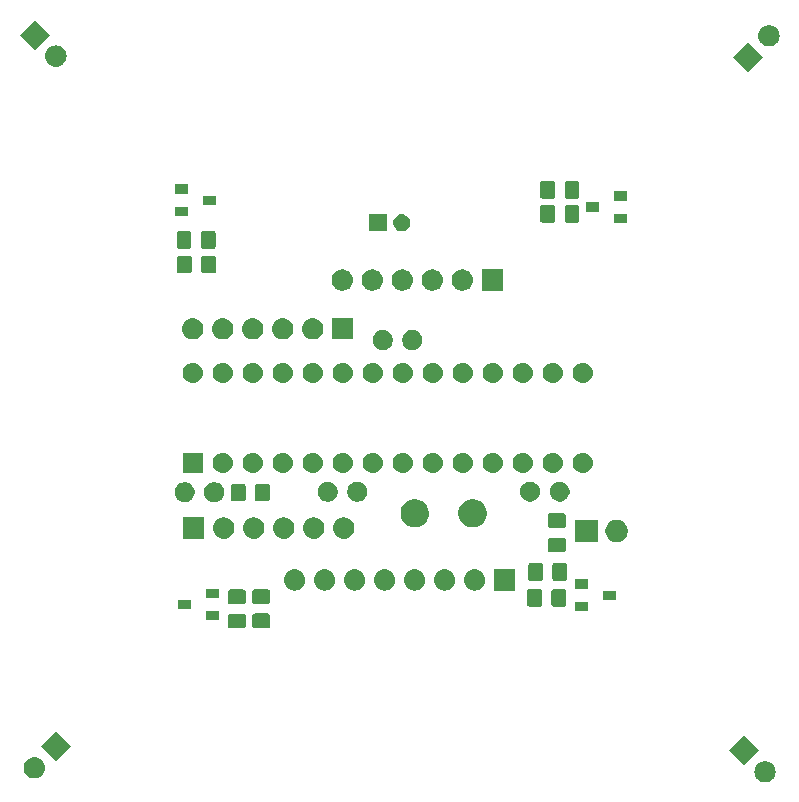
<source format=gts>
%TF.GenerationSoftware,KiCad,Pcbnew,5.0.2-bee76a0~70~ubuntu18.04.1*%
%TF.CreationDate,2019-05-17T20:17:06-03:00*%
%TF.ProjectId,Quadcoptero-FritzenLab-r00,51756164-636f-4707-9465-726f2d467269,rev?*%
%TF.SameCoordinates,Original*%
%TF.FileFunction,Soldermask,Top*%
%TF.FilePolarity,Negative*%
%FSLAX46Y46*%
G04 Gerber Fmt 4.6, Leading zero omitted, Abs format (unit mm)*
G04 Created by KiCad (PCBNEW 5.0.2-bee76a0~70~ubuntu18.04.1) date sex 17 mai 2019 20:17:06 -03*
%MOMM*%
%LPD*%
G01*
G04 APERTURE LIST*
%ADD10C,0.100000*%
G04 APERTURE END LIST*
D10*
G36*
X175649842Y-129770738D02*
X175716027Y-129777257D01*
X175829253Y-129811604D01*
X175885867Y-129828777D01*
X176024487Y-129902872D01*
X176042391Y-129912442D01*
X176078129Y-129941772D01*
X176179586Y-130025034D01*
X176262848Y-130126491D01*
X176292178Y-130162229D01*
X176292179Y-130162231D01*
X176375843Y-130318753D01*
X176393016Y-130375367D01*
X176427363Y-130488593D01*
X176444759Y-130665220D01*
X176427363Y-130841847D01*
X176393016Y-130955073D01*
X176375843Y-131011687D01*
X176301748Y-131150307D01*
X176292178Y-131168211D01*
X176262848Y-131203949D01*
X176179586Y-131305406D01*
X176078129Y-131388668D01*
X176042391Y-131417998D01*
X176042389Y-131417999D01*
X175885867Y-131501663D01*
X175829253Y-131518836D01*
X175716027Y-131553183D01*
X175649842Y-131559702D01*
X175583660Y-131566220D01*
X175495140Y-131566220D01*
X175428958Y-131559702D01*
X175362773Y-131553183D01*
X175249547Y-131518836D01*
X175192933Y-131501663D01*
X175036411Y-131417999D01*
X175036409Y-131417998D01*
X175000671Y-131388668D01*
X174899214Y-131305406D01*
X174815952Y-131203949D01*
X174786622Y-131168211D01*
X174777052Y-131150307D01*
X174702957Y-131011687D01*
X174685784Y-130955073D01*
X174651437Y-130841847D01*
X174634041Y-130665220D01*
X174651437Y-130488593D01*
X174685784Y-130375367D01*
X174702957Y-130318753D01*
X174786621Y-130162231D01*
X174786622Y-130162229D01*
X174815952Y-130126491D01*
X174899214Y-130025034D01*
X175000671Y-129941772D01*
X175036409Y-129912442D01*
X175054313Y-129902872D01*
X175192933Y-129828777D01*
X175249547Y-129811604D01*
X175362773Y-129777257D01*
X175428958Y-129770738D01*
X175495140Y-129764220D01*
X175583660Y-129764220D01*
X175649842Y-129770738D01*
X175649842Y-129770738D01*
G37*
G36*
X113787872Y-129430650D02*
X113854056Y-129437168D01*
X113967282Y-129471515D01*
X114023896Y-129488688D01*
X114162516Y-129562783D01*
X114180420Y-129572353D01*
X114216158Y-129601683D01*
X114317615Y-129684945D01*
X114382673Y-129764220D01*
X114430207Y-129822140D01*
X114430208Y-129822142D01*
X114513872Y-129978664D01*
X114513872Y-129978665D01*
X114565392Y-130148504D01*
X114582788Y-130325131D01*
X114565392Y-130501758D01*
X114531045Y-130614984D01*
X114513872Y-130671598D01*
X114439777Y-130810218D01*
X114430207Y-130828122D01*
X114418943Y-130841847D01*
X114317615Y-130965317D01*
X114216158Y-131048579D01*
X114180420Y-131077909D01*
X114180418Y-131077910D01*
X114023896Y-131161574D01*
X114002016Y-131168211D01*
X113854056Y-131213094D01*
X113787872Y-131219612D01*
X113721689Y-131226131D01*
X113633169Y-131226131D01*
X113566986Y-131219612D01*
X113500802Y-131213094D01*
X113352842Y-131168211D01*
X113330962Y-131161574D01*
X113174440Y-131077910D01*
X113174438Y-131077909D01*
X113138700Y-131048579D01*
X113037243Y-130965317D01*
X112935915Y-130841847D01*
X112924651Y-130828122D01*
X112915081Y-130810218D01*
X112840986Y-130671598D01*
X112823813Y-130614984D01*
X112789466Y-130501758D01*
X112772070Y-130325131D01*
X112789466Y-130148504D01*
X112840986Y-129978665D01*
X112840986Y-129978664D01*
X112924650Y-129822142D01*
X112924651Y-129822140D01*
X112972185Y-129764220D01*
X113037243Y-129684945D01*
X113138700Y-129601683D01*
X113174438Y-129572353D01*
X113192342Y-129562783D01*
X113330962Y-129488688D01*
X113387576Y-129471515D01*
X113500802Y-129437168D01*
X113566986Y-129430650D01*
X113633169Y-129424131D01*
X113721689Y-129424131D01*
X113787872Y-129430650D01*
X113787872Y-129430650D01*
G37*
G36*
X175017556Y-128869169D02*
X173743349Y-130143376D01*
X172469142Y-128869169D01*
X173743349Y-127594962D01*
X175017556Y-128869169D01*
X175017556Y-128869169D01*
G37*
G36*
X116747687Y-128529080D02*
X115473480Y-129803287D01*
X114199273Y-128529080D01*
X115473480Y-127254873D01*
X116747687Y-128529080D01*
X116747687Y-128529080D01*
G37*
G36*
X131411377Y-117293105D02*
X131449064Y-117304538D01*
X131483803Y-117323106D01*
X131514248Y-117348092D01*
X131539234Y-117378537D01*
X131557802Y-117413276D01*
X131569235Y-117450963D01*
X131573700Y-117496301D01*
X131573700Y-118332979D01*
X131569235Y-118378317D01*
X131557802Y-118416004D01*
X131539234Y-118450743D01*
X131514248Y-118481188D01*
X131483803Y-118506174D01*
X131449064Y-118524742D01*
X131411377Y-118536175D01*
X131366039Y-118540640D01*
X130279361Y-118540640D01*
X130234023Y-118536175D01*
X130196336Y-118524742D01*
X130161597Y-118506174D01*
X130131152Y-118481188D01*
X130106166Y-118450743D01*
X130087598Y-118416004D01*
X130076165Y-118378317D01*
X130071700Y-118332979D01*
X130071700Y-117496301D01*
X130076165Y-117450963D01*
X130087598Y-117413276D01*
X130106166Y-117378537D01*
X130131152Y-117348092D01*
X130161597Y-117323106D01*
X130196336Y-117304538D01*
X130234023Y-117293105D01*
X130279361Y-117288640D01*
X131366039Y-117288640D01*
X131411377Y-117293105D01*
X131411377Y-117293105D01*
G37*
G36*
X133464558Y-117274444D02*
X133502245Y-117285877D01*
X133536984Y-117304445D01*
X133567429Y-117329431D01*
X133592415Y-117359876D01*
X133610983Y-117394615D01*
X133622416Y-117432302D01*
X133626881Y-117477640D01*
X133626881Y-118314318D01*
X133622416Y-118359656D01*
X133610983Y-118397343D01*
X133592415Y-118432082D01*
X133567429Y-118462527D01*
X133536984Y-118487513D01*
X133502245Y-118506081D01*
X133464558Y-118517514D01*
X133419220Y-118521979D01*
X132332542Y-118521979D01*
X132287204Y-118517514D01*
X132249517Y-118506081D01*
X132214778Y-118487513D01*
X132184333Y-118462527D01*
X132159347Y-118432082D01*
X132140779Y-118397343D01*
X132129346Y-118359656D01*
X132124881Y-118314318D01*
X132124881Y-117477640D01*
X132129346Y-117432302D01*
X132140779Y-117394615D01*
X132159347Y-117359876D01*
X132184333Y-117329431D01*
X132214778Y-117304445D01*
X132249517Y-117285877D01*
X132287204Y-117274444D01*
X132332542Y-117269979D01*
X133419220Y-117269979D01*
X133464558Y-117274444D01*
X133464558Y-117274444D01*
G37*
G36*
X129345360Y-117863340D02*
X128243360Y-117863340D01*
X128243360Y-117061340D01*
X129345360Y-117061340D01*
X129345360Y-117863340D01*
X129345360Y-117863340D01*
G37*
G36*
X160529240Y-117083560D02*
X159427240Y-117083560D01*
X159427240Y-116281560D01*
X160529240Y-116281560D01*
X160529240Y-117083560D01*
X160529240Y-117083560D01*
G37*
G36*
X126945360Y-116913340D02*
X125843360Y-116913340D01*
X125843360Y-116111340D01*
X126945360Y-116111340D01*
X126945360Y-116913340D01*
X126945360Y-116913340D01*
G37*
G36*
X158549577Y-115194305D02*
X158587264Y-115205738D01*
X158622003Y-115224306D01*
X158652448Y-115249292D01*
X158677434Y-115279737D01*
X158696002Y-115314476D01*
X158707435Y-115352163D01*
X158711900Y-115397501D01*
X158711900Y-116484179D01*
X158707435Y-116529517D01*
X158696002Y-116567204D01*
X158677434Y-116601943D01*
X158652448Y-116632388D01*
X158622003Y-116657374D01*
X158587264Y-116675942D01*
X158549577Y-116687375D01*
X158504239Y-116691840D01*
X157667561Y-116691840D01*
X157622223Y-116687375D01*
X157584536Y-116675942D01*
X157549797Y-116657374D01*
X157519352Y-116632388D01*
X157494366Y-116601943D01*
X157475798Y-116567204D01*
X157464365Y-116529517D01*
X157459900Y-116484179D01*
X157459900Y-115397501D01*
X157464365Y-115352163D01*
X157475798Y-115314476D01*
X157494366Y-115279737D01*
X157519352Y-115249292D01*
X157549797Y-115224306D01*
X157584536Y-115205738D01*
X157622223Y-115194305D01*
X157667561Y-115189840D01*
X158504239Y-115189840D01*
X158549577Y-115194305D01*
X158549577Y-115194305D01*
G37*
G36*
X156499577Y-115194305D02*
X156537264Y-115205738D01*
X156572003Y-115224306D01*
X156602448Y-115249292D01*
X156627434Y-115279737D01*
X156646002Y-115314476D01*
X156657435Y-115352163D01*
X156661900Y-115397501D01*
X156661900Y-116484179D01*
X156657435Y-116529517D01*
X156646002Y-116567204D01*
X156627434Y-116601943D01*
X156602448Y-116632388D01*
X156572003Y-116657374D01*
X156537264Y-116675942D01*
X156499577Y-116687375D01*
X156454239Y-116691840D01*
X155617561Y-116691840D01*
X155572223Y-116687375D01*
X155534536Y-116675942D01*
X155499797Y-116657374D01*
X155469352Y-116632388D01*
X155444366Y-116601943D01*
X155425798Y-116567204D01*
X155414365Y-116529517D01*
X155409900Y-116484179D01*
X155409900Y-115397501D01*
X155414365Y-115352163D01*
X155425798Y-115314476D01*
X155444366Y-115279737D01*
X155469352Y-115249292D01*
X155499797Y-115224306D01*
X155534536Y-115205738D01*
X155572223Y-115194305D01*
X155617561Y-115189840D01*
X156454239Y-115189840D01*
X156499577Y-115194305D01*
X156499577Y-115194305D01*
G37*
G36*
X131411377Y-115243105D02*
X131449064Y-115254538D01*
X131483803Y-115273106D01*
X131514248Y-115298092D01*
X131539234Y-115328537D01*
X131557802Y-115363276D01*
X131569235Y-115400963D01*
X131573700Y-115446301D01*
X131573700Y-116282979D01*
X131569235Y-116328317D01*
X131557802Y-116366004D01*
X131539234Y-116400743D01*
X131514248Y-116431188D01*
X131483803Y-116456174D01*
X131449064Y-116474742D01*
X131411377Y-116486175D01*
X131366039Y-116490640D01*
X130279361Y-116490640D01*
X130234023Y-116486175D01*
X130196336Y-116474742D01*
X130161597Y-116456174D01*
X130131152Y-116431188D01*
X130106166Y-116400743D01*
X130087598Y-116366004D01*
X130076165Y-116328317D01*
X130071700Y-116282979D01*
X130071700Y-115446301D01*
X130076165Y-115400963D01*
X130087598Y-115363276D01*
X130106166Y-115328537D01*
X130131152Y-115298092D01*
X130161597Y-115273106D01*
X130196336Y-115254538D01*
X130234023Y-115243105D01*
X130279361Y-115238640D01*
X131366039Y-115238640D01*
X131411377Y-115243105D01*
X131411377Y-115243105D01*
G37*
G36*
X133464558Y-115224444D02*
X133502245Y-115235877D01*
X133536984Y-115254445D01*
X133567429Y-115279431D01*
X133592415Y-115309876D01*
X133610983Y-115344615D01*
X133622416Y-115382302D01*
X133626881Y-115427640D01*
X133626881Y-116264318D01*
X133622416Y-116309656D01*
X133610983Y-116347343D01*
X133592415Y-116382082D01*
X133567429Y-116412527D01*
X133536984Y-116437513D01*
X133502245Y-116456081D01*
X133464558Y-116467514D01*
X133419220Y-116471979D01*
X132332542Y-116471979D01*
X132287204Y-116467514D01*
X132249517Y-116456081D01*
X132214778Y-116437513D01*
X132184333Y-116412527D01*
X132159347Y-116382082D01*
X132140779Y-116347343D01*
X132129346Y-116309656D01*
X132124881Y-116264318D01*
X132124881Y-115427640D01*
X132129346Y-115382302D01*
X132140779Y-115344615D01*
X132159347Y-115309876D01*
X132184333Y-115279431D01*
X132214778Y-115254445D01*
X132249517Y-115235877D01*
X132287204Y-115224444D01*
X132332542Y-115219979D01*
X133419220Y-115219979D01*
X133464558Y-115224444D01*
X133464558Y-115224444D01*
G37*
G36*
X162929240Y-116133560D02*
X161827240Y-116133560D01*
X161827240Y-115331560D01*
X162929240Y-115331560D01*
X162929240Y-116133560D01*
X162929240Y-116133560D01*
G37*
G36*
X129345360Y-115963340D02*
X128243360Y-115963340D01*
X128243360Y-115161340D01*
X129345360Y-115161340D01*
X129345360Y-115963340D01*
X129345360Y-115963340D01*
G37*
G36*
X145982643Y-113532519D02*
X146048827Y-113539037D01*
X146162053Y-113573384D01*
X146218667Y-113590557D01*
X146357287Y-113664652D01*
X146375191Y-113674222D01*
X146410929Y-113703552D01*
X146512386Y-113786814D01*
X146595648Y-113888271D01*
X146624978Y-113924009D01*
X146624979Y-113924011D01*
X146708643Y-114080533D01*
X146708643Y-114080534D01*
X146760163Y-114250373D01*
X146777559Y-114427000D01*
X146760163Y-114603627D01*
X146725816Y-114716853D01*
X146708643Y-114773467D01*
X146634548Y-114912087D01*
X146624978Y-114929991D01*
X146595648Y-114965729D01*
X146512386Y-115067186D01*
X146410929Y-115150448D01*
X146375191Y-115179778D01*
X146375189Y-115179779D01*
X146218667Y-115263443D01*
X146165961Y-115279431D01*
X146048827Y-115314963D01*
X145982642Y-115321482D01*
X145916460Y-115328000D01*
X145827940Y-115328000D01*
X145761758Y-115321482D01*
X145695573Y-115314963D01*
X145578439Y-115279431D01*
X145525733Y-115263443D01*
X145369211Y-115179779D01*
X145369209Y-115179778D01*
X145333471Y-115150448D01*
X145232014Y-115067186D01*
X145148752Y-114965729D01*
X145119422Y-114929991D01*
X145109852Y-114912087D01*
X145035757Y-114773467D01*
X145018584Y-114716853D01*
X144984237Y-114603627D01*
X144966841Y-114427000D01*
X144984237Y-114250373D01*
X145035757Y-114080534D01*
X145035757Y-114080533D01*
X145119421Y-113924011D01*
X145119422Y-113924009D01*
X145148752Y-113888271D01*
X145232014Y-113786814D01*
X145333471Y-113703552D01*
X145369209Y-113674222D01*
X145387113Y-113664652D01*
X145525733Y-113590557D01*
X145582347Y-113573384D01*
X145695573Y-113539037D01*
X145761757Y-113532519D01*
X145827940Y-113526000D01*
X145916460Y-113526000D01*
X145982643Y-113532519D01*
X145982643Y-113532519D01*
G37*
G36*
X135822643Y-113532519D02*
X135888827Y-113539037D01*
X136002053Y-113573384D01*
X136058667Y-113590557D01*
X136197287Y-113664652D01*
X136215191Y-113674222D01*
X136250929Y-113703552D01*
X136352386Y-113786814D01*
X136435648Y-113888271D01*
X136464978Y-113924009D01*
X136464979Y-113924011D01*
X136548643Y-114080533D01*
X136548643Y-114080534D01*
X136600163Y-114250373D01*
X136617559Y-114427000D01*
X136600163Y-114603627D01*
X136565816Y-114716853D01*
X136548643Y-114773467D01*
X136474548Y-114912087D01*
X136464978Y-114929991D01*
X136435648Y-114965729D01*
X136352386Y-115067186D01*
X136250929Y-115150448D01*
X136215191Y-115179778D01*
X136215189Y-115179779D01*
X136058667Y-115263443D01*
X136005961Y-115279431D01*
X135888827Y-115314963D01*
X135822642Y-115321482D01*
X135756460Y-115328000D01*
X135667940Y-115328000D01*
X135601758Y-115321482D01*
X135535573Y-115314963D01*
X135418439Y-115279431D01*
X135365733Y-115263443D01*
X135209211Y-115179779D01*
X135209209Y-115179778D01*
X135173471Y-115150448D01*
X135072014Y-115067186D01*
X134988752Y-114965729D01*
X134959422Y-114929991D01*
X134949852Y-114912087D01*
X134875757Y-114773467D01*
X134858584Y-114716853D01*
X134824237Y-114603627D01*
X134806841Y-114427000D01*
X134824237Y-114250373D01*
X134875757Y-114080534D01*
X134875757Y-114080533D01*
X134959421Y-113924011D01*
X134959422Y-113924009D01*
X134988752Y-113888271D01*
X135072014Y-113786814D01*
X135173471Y-113703552D01*
X135209209Y-113674222D01*
X135227113Y-113664652D01*
X135365733Y-113590557D01*
X135422347Y-113573384D01*
X135535573Y-113539037D01*
X135601757Y-113532519D01*
X135667940Y-113526000D01*
X135756460Y-113526000D01*
X135822643Y-113532519D01*
X135822643Y-113532519D01*
G37*
G36*
X154393200Y-115328000D02*
X152591200Y-115328000D01*
X152591200Y-113526000D01*
X154393200Y-113526000D01*
X154393200Y-115328000D01*
X154393200Y-115328000D01*
G37*
G36*
X151062643Y-113532519D02*
X151128827Y-113539037D01*
X151242053Y-113573384D01*
X151298667Y-113590557D01*
X151437287Y-113664652D01*
X151455191Y-113674222D01*
X151490929Y-113703552D01*
X151592386Y-113786814D01*
X151675648Y-113888271D01*
X151704978Y-113924009D01*
X151704979Y-113924011D01*
X151788643Y-114080533D01*
X151788643Y-114080534D01*
X151840163Y-114250373D01*
X151857559Y-114427000D01*
X151840163Y-114603627D01*
X151805816Y-114716853D01*
X151788643Y-114773467D01*
X151714548Y-114912087D01*
X151704978Y-114929991D01*
X151675648Y-114965729D01*
X151592386Y-115067186D01*
X151490929Y-115150448D01*
X151455191Y-115179778D01*
X151455189Y-115179779D01*
X151298667Y-115263443D01*
X151245961Y-115279431D01*
X151128827Y-115314963D01*
X151062642Y-115321482D01*
X150996460Y-115328000D01*
X150907940Y-115328000D01*
X150841758Y-115321482D01*
X150775573Y-115314963D01*
X150658439Y-115279431D01*
X150605733Y-115263443D01*
X150449211Y-115179779D01*
X150449209Y-115179778D01*
X150413471Y-115150448D01*
X150312014Y-115067186D01*
X150228752Y-114965729D01*
X150199422Y-114929991D01*
X150189852Y-114912087D01*
X150115757Y-114773467D01*
X150098584Y-114716853D01*
X150064237Y-114603627D01*
X150046841Y-114427000D01*
X150064237Y-114250373D01*
X150115757Y-114080534D01*
X150115757Y-114080533D01*
X150199421Y-113924011D01*
X150199422Y-113924009D01*
X150228752Y-113888271D01*
X150312014Y-113786814D01*
X150413471Y-113703552D01*
X150449209Y-113674222D01*
X150467113Y-113664652D01*
X150605733Y-113590557D01*
X150662347Y-113573384D01*
X150775573Y-113539037D01*
X150841757Y-113532519D01*
X150907940Y-113526000D01*
X150996460Y-113526000D01*
X151062643Y-113532519D01*
X151062643Y-113532519D01*
G37*
G36*
X148522643Y-113532519D02*
X148588827Y-113539037D01*
X148702053Y-113573384D01*
X148758667Y-113590557D01*
X148897287Y-113664652D01*
X148915191Y-113674222D01*
X148950929Y-113703552D01*
X149052386Y-113786814D01*
X149135648Y-113888271D01*
X149164978Y-113924009D01*
X149164979Y-113924011D01*
X149248643Y-114080533D01*
X149248643Y-114080534D01*
X149300163Y-114250373D01*
X149317559Y-114427000D01*
X149300163Y-114603627D01*
X149265816Y-114716853D01*
X149248643Y-114773467D01*
X149174548Y-114912087D01*
X149164978Y-114929991D01*
X149135648Y-114965729D01*
X149052386Y-115067186D01*
X148950929Y-115150448D01*
X148915191Y-115179778D01*
X148915189Y-115179779D01*
X148758667Y-115263443D01*
X148705961Y-115279431D01*
X148588827Y-115314963D01*
X148522642Y-115321482D01*
X148456460Y-115328000D01*
X148367940Y-115328000D01*
X148301758Y-115321482D01*
X148235573Y-115314963D01*
X148118439Y-115279431D01*
X148065733Y-115263443D01*
X147909211Y-115179779D01*
X147909209Y-115179778D01*
X147873471Y-115150448D01*
X147772014Y-115067186D01*
X147688752Y-114965729D01*
X147659422Y-114929991D01*
X147649852Y-114912087D01*
X147575757Y-114773467D01*
X147558584Y-114716853D01*
X147524237Y-114603627D01*
X147506841Y-114427000D01*
X147524237Y-114250373D01*
X147575757Y-114080534D01*
X147575757Y-114080533D01*
X147659421Y-113924011D01*
X147659422Y-113924009D01*
X147688752Y-113888271D01*
X147772014Y-113786814D01*
X147873471Y-113703552D01*
X147909209Y-113674222D01*
X147927113Y-113664652D01*
X148065733Y-113590557D01*
X148122347Y-113573384D01*
X148235573Y-113539037D01*
X148301757Y-113532519D01*
X148367940Y-113526000D01*
X148456460Y-113526000D01*
X148522643Y-113532519D01*
X148522643Y-113532519D01*
G37*
G36*
X143442643Y-113532519D02*
X143508827Y-113539037D01*
X143622053Y-113573384D01*
X143678667Y-113590557D01*
X143817287Y-113664652D01*
X143835191Y-113674222D01*
X143870929Y-113703552D01*
X143972386Y-113786814D01*
X144055648Y-113888271D01*
X144084978Y-113924009D01*
X144084979Y-113924011D01*
X144168643Y-114080533D01*
X144168643Y-114080534D01*
X144220163Y-114250373D01*
X144237559Y-114427000D01*
X144220163Y-114603627D01*
X144185816Y-114716853D01*
X144168643Y-114773467D01*
X144094548Y-114912087D01*
X144084978Y-114929991D01*
X144055648Y-114965729D01*
X143972386Y-115067186D01*
X143870929Y-115150448D01*
X143835191Y-115179778D01*
X143835189Y-115179779D01*
X143678667Y-115263443D01*
X143625961Y-115279431D01*
X143508827Y-115314963D01*
X143442642Y-115321482D01*
X143376460Y-115328000D01*
X143287940Y-115328000D01*
X143221758Y-115321482D01*
X143155573Y-115314963D01*
X143038439Y-115279431D01*
X142985733Y-115263443D01*
X142829211Y-115179779D01*
X142829209Y-115179778D01*
X142793471Y-115150448D01*
X142692014Y-115067186D01*
X142608752Y-114965729D01*
X142579422Y-114929991D01*
X142569852Y-114912087D01*
X142495757Y-114773467D01*
X142478584Y-114716853D01*
X142444237Y-114603627D01*
X142426841Y-114427000D01*
X142444237Y-114250373D01*
X142495757Y-114080534D01*
X142495757Y-114080533D01*
X142579421Y-113924011D01*
X142579422Y-113924009D01*
X142608752Y-113888271D01*
X142692014Y-113786814D01*
X142793471Y-113703552D01*
X142829209Y-113674222D01*
X142847113Y-113664652D01*
X142985733Y-113590557D01*
X143042347Y-113573384D01*
X143155573Y-113539037D01*
X143221757Y-113532519D01*
X143287940Y-113526000D01*
X143376460Y-113526000D01*
X143442643Y-113532519D01*
X143442643Y-113532519D01*
G37*
G36*
X140902643Y-113532519D02*
X140968827Y-113539037D01*
X141082053Y-113573384D01*
X141138667Y-113590557D01*
X141277287Y-113664652D01*
X141295191Y-113674222D01*
X141330929Y-113703552D01*
X141432386Y-113786814D01*
X141515648Y-113888271D01*
X141544978Y-113924009D01*
X141544979Y-113924011D01*
X141628643Y-114080533D01*
X141628643Y-114080534D01*
X141680163Y-114250373D01*
X141697559Y-114427000D01*
X141680163Y-114603627D01*
X141645816Y-114716853D01*
X141628643Y-114773467D01*
X141554548Y-114912087D01*
X141544978Y-114929991D01*
X141515648Y-114965729D01*
X141432386Y-115067186D01*
X141330929Y-115150448D01*
X141295191Y-115179778D01*
X141295189Y-115179779D01*
X141138667Y-115263443D01*
X141085961Y-115279431D01*
X140968827Y-115314963D01*
X140902642Y-115321482D01*
X140836460Y-115328000D01*
X140747940Y-115328000D01*
X140681758Y-115321482D01*
X140615573Y-115314963D01*
X140498439Y-115279431D01*
X140445733Y-115263443D01*
X140289211Y-115179779D01*
X140289209Y-115179778D01*
X140253471Y-115150448D01*
X140152014Y-115067186D01*
X140068752Y-114965729D01*
X140039422Y-114929991D01*
X140029852Y-114912087D01*
X139955757Y-114773467D01*
X139938584Y-114716853D01*
X139904237Y-114603627D01*
X139886841Y-114427000D01*
X139904237Y-114250373D01*
X139955757Y-114080534D01*
X139955757Y-114080533D01*
X140039421Y-113924011D01*
X140039422Y-113924009D01*
X140068752Y-113888271D01*
X140152014Y-113786814D01*
X140253471Y-113703552D01*
X140289209Y-113674222D01*
X140307113Y-113664652D01*
X140445733Y-113590557D01*
X140502347Y-113573384D01*
X140615573Y-113539037D01*
X140681757Y-113532519D01*
X140747940Y-113526000D01*
X140836460Y-113526000D01*
X140902643Y-113532519D01*
X140902643Y-113532519D01*
G37*
G36*
X138362643Y-113532519D02*
X138428827Y-113539037D01*
X138542053Y-113573384D01*
X138598667Y-113590557D01*
X138737287Y-113664652D01*
X138755191Y-113674222D01*
X138790929Y-113703552D01*
X138892386Y-113786814D01*
X138975648Y-113888271D01*
X139004978Y-113924009D01*
X139004979Y-113924011D01*
X139088643Y-114080533D01*
X139088643Y-114080534D01*
X139140163Y-114250373D01*
X139157559Y-114427000D01*
X139140163Y-114603627D01*
X139105816Y-114716853D01*
X139088643Y-114773467D01*
X139014548Y-114912087D01*
X139004978Y-114929991D01*
X138975648Y-114965729D01*
X138892386Y-115067186D01*
X138790929Y-115150448D01*
X138755191Y-115179778D01*
X138755189Y-115179779D01*
X138598667Y-115263443D01*
X138545961Y-115279431D01*
X138428827Y-115314963D01*
X138362642Y-115321482D01*
X138296460Y-115328000D01*
X138207940Y-115328000D01*
X138141758Y-115321482D01*
X138075573Y-115314963D01*
X137958439Y-115279431D01*
X137905733Y-115263443D01*
X137749211Y-115179779D01*
X137749209Y-115179778D01*
X137713471Y-115150448D01*
X137612014Y-115067186D01*
X137528752Y-114965729D01*
X137499422Y-114929991D01*
X137489852Y-114912087D01*
X137415757Y-114773467D01*
X137398584Y-114716853D01*
X137364237Y-114603627D01*
X137346841Y-114427000D01*
X137364237Y-114250373D01*
X137415757Y-114080534D01*
X137415757Y-114080533D01*
X137499421Y-113924011D01*
X137499422Y-113924009D01*
X137528752Y-113888271D01*
X137612014Y-113786814D01*
X137713471Y-113703552D01*
X137749209Y-113674222D01*
X137767113Y-113664652D01*
X137905733Y-113590557D01*
X137962347Y-113573384D01*
X138075573Y-113539037D01*
X138141757Y-113532519D01*
X138207940Y-113526000D01*
X138296460Y-113526000D01*
X138362643Y-113532519D01*
X138362643Y-113532519D01*
G37*
G36*
X160529240Y-115183560D02*
X159427240Y-115183560D01*
X159427240Y-114381560D01*
X160529240Y-114381560D01*
X160529240Y-115183560D01*
X160529240Y-115183560D01*
G37*
G36*
X156578317Y-113009905D02*
X156616004Y-113021338D01*
X156650743Y-113039906D01*
X156681188Y-113064892D01*
X156706174Y-113095337D01*
X156724742Y-113130076D01*
X156736175Y-113167763D01*
X156740640Y-113213101D01*
X156740640Y-114299779D01*
X156736175Y-114345117D01*
X156724742Y-114382804D01*
X156706174Y-114417543D01*
X156681188Y-114447988D01*
X156650743Y-114472974D01*
X156616004Y-114491542D01*
X156578317Y-114502975D01*
X156532979Y-114507440D01*
X155696301Y-114507440D01*
X155650963Y-114502975D01*
X155613276Y-114491542D01*
X155578537Y-114472974D01*
X155548092Y-114447988D01*
X155523106Y-114417543D01*
X155504538Y-114382804D01*
X155493105Y-114345117D01*
X155488640Y-114299779D01*
X155488640Y-113213101D01*
X155493105Y-113167763D01*
X155504538Y-113130076D01*
X155523106Y-113095337D01*
X155548092Y-113064892D01*
X155578537Y-113039906D01*
X155613276Y-113021338D01*
X155650963Y-113009905D01*
X155696301Y-113005440D01*
X156532979Y-113005440D01*
X156578317Y-113009905D01*
X156578317Y-113009905D01*
G37*
G36*
X158628317Y-113009905D02*
X158666004Y-113021338D01*
X158700743Y-113039906D01*
X158731188Y-113064892D01*
X158756174Y-113095337D01*
X158774742Y-113130076D01*
X158786175Y-113167763D01*
X158790640Y-113213101D01*
X158790640Y-114299779D01*
X158786175Y-114345117D01*
X158774742Y-114382804D01*
X158756174Y-114417543D01*
X158731188Y-114447988D01*
X158700743Y-114472974D01*
X158666004Y-114491542D01*
X158628317Y-114502975D01*
X158582979Y-114507440D01*
X157746301Y-114507440D01*
X157700963Y-114502975D01*
X157663276Y-114491542D01*
X157628537Y-114472974D01*
X157598092Y-114447988D01*
X157573106Y-114417543D01*
X157554538Y-114382804D01*
X157543105Y-114345117D01*
X157538640Y-114299779D01*
X157538640Y-113213101D01*
X157543105Y-113167763D01*
X157554538Y-113130076D01*
X157573106Y-113095337D01*
X157598092Y-113064892D01*
X157628537Y-113039906D01*
X157663276Y-113021338D01*
X157700963Y-113009905D01*
X157746301Y-113005440D01*
X158582979Y-113005440D01*
X158628317Y-113009905D01*
X158628317Y-113009905D01*
G37*
G36*
X158500477Y-110845205D02*
X158538164Y-110856638D01*
X158572903Y-110875206D01*
X158603348Y-110900192D01*
X158628334Y-110930637D01*
X158646902Y-110965376D01*
X158658335Y-111003063D01*
X158662800Y-111048401D01*
X158662800Y-111885079D01*
X158658335Y-111930417D01*
X158646902Y-111968104D01*
X158628334Y-112002843D01*
X158603348Y-112033288D01*
X158572903Y-112058274D01*
X158538164Y-112076842D01*
X158500477Y-112088275D01*
X158455139Y-112092740D01*
X157368461Y-112092740D01*
X157323123Y-112088275D01*
X157285436Y-112076842D01*
X157250697Y-112058274D01*
X157220252Y-112033288D01*
X157195266Y-112002843D01*
X157176698Y-111968104D01*
X157165265Y-111930417D01*
X157160800Y-111885079D01*
X157160800Y-111048401D01*
X157165265Y-111003063D01*
X157176698Y-110965376D01*
X157195266Y-110930637D01*
X157220252Y-110900192D01*
X157250697Y-110875206D01*
X157285436Y-110856638D01*
X157323123Y-110845205D01*
X157368461Y-110840740D01*
X158455139Y-110840740D01*
X158500477Y-110845205D01*
X158500477Y-110845205D01*
G37*
G36*
X163248876Y-109369806D02*
X163421946Y-109441494D01*
X163577710Y-109545572D01*
X163710168Y-109678030D01*
X163814246Y-109833794D01*
X163885934Y-110006864D01*
X163922480Y-110190593D01*
X163922480Y-110377927D01*
X163885934Y-110561656D01*
X163814246Y-110734726D01*
X163710168Y-110890490D01*
X163577710Y-111022948D01*
X163421946Y-111127026D01*
X163248876Y-111198714D01*
X163065147Y-111235260D01*
X162877813Y-111235260D01*
X162694084Y-111198714D01*
X162521014Y-111127026D01*
X162365250Y-111022948D01*
X162232792Y-110890490D01*
X162128714Y-110734726D01*
X162057026Y-110561656D01*
X162020480Y-110377927D01*
X162020480Y-110190593D01*
X162057026Y-110006864D01*
X162128714Y-109833794D01*
X162232792Y-109678030D01*
X162365250Y-109545572D01*
X162521014Y-109441494D01*
X162694084Y-109369806D01*
X162877813Y-109333260D01*
X163065147Y-109333260D01*
X163248876Y-109369806D01*
X163248876Y-109369806D01*
G37*
G36*
X161382480Y-111235260D02*
X159480480Y-111235260D01*
X159480480Y-109333260D01*
X161382480Y-109333260D01*
X161382480Y-111235260D01*
X161382480Y-111235260D01*
G37*
G36*
X139983162Y-109143398D02*
X140049347Y-109149917D01*
X140162573Y-109184264D01*
X140219187Y-109201437D01*
X140357807Y-109275532D01*
X140375711Y-109285102D01*
X140411449Y-109314432D01*
X140512906Y-109397694D01*
X140596168Y-109499151D01*
X140625498Y-109534889D01*
X140625499Y-109534891D01*
X140709163Y-109691413D01*
X140715850Y-109713458D01*
X140760683Y-109861253D01*
X140778079Y-110037880D01*
X140760683Y-110214507D01*
X140726336Y-110327733D01*
X140709163Y-110384347D01*
X140635068Y-110522967D01*
X140625498Y-110540871D01*
X140608440Y-110561656D01*
X140512906Y-110678066D01*
X140443863Y-110734727D01*
X140375711Y-110790658D01*
X140375709Y-110790659D01*
X140219187Y-110874323D01*
X140162573Y-110891496D01*
X140049347Y-110925843D01*
X139983162Y-110932362D01*
X139916980Y-110938880D01*
X139828460Y-110938880D01*
X139762278Y-110932362D01*
X139696093Y-110925843D01*
X139582867Y-110891496D01*
X139526253Y-110874323D01*
X139369731Y-110790659D01*
X139369729Y-110790658D01*
X139301577Y-110734727D01*
X139232534Y-110678066D01*
X139137000Y-110561656D01*
X139119942Y-110540871D01*
X139110372Y-110522967D01*
X139036277Y-110384347D01*
X139019104Y-110327733D01*
X138984757Y-110214507D01*
X138967361Y-110037880D01*
X138984757Y-109861253D01*
X139029590Y-109713458D01*
X139036277Y-109691413D01*
X139119941Y-109534891D01*
X139119942Y-109534889D01*
X139149272Y-109499151D01*
X139232534Y-109397694D01*
X139333991Y-109314432D01*
X139369729Y-109285102D01*
X139387633Y-109275532D01*
X139526253Y-109201437D01*
X139582867Y-109184264D01*
X139696093Y-109149917D01*
X139762278Y-109143398D01*
X139828460Y-109136880D01*
X139916980Y-109136880D01*
X139983162Y-109143398D01*
X139983162Y-109143398D01*
G37*
G36*
X132363162Y-109143398D02*
X132429347Y-109149917D01*
X132542573Y-109184264D01*
X132599187Y-109201437D01*
X132737807Y-109275532D01*
X132755711Y-109285102D01*
X132791449Y-109314432D01*
X132892906Y-109397694D01*
X132976168Y-109499151D01*
X133005498Y-109534889D01*
X133005499Y-109534891D01*
X133089163Y-109691413D01*
X133095850Y-109713458D01*
X133140683Y-109861253D01*
X133158079Y-110037880D01*
X133140683Y-110214507D01*
X133106336Y-110327733D01*
X133089163Y-110384347D01*
X133015068Y-110522967D01*
X133005498Y-110540871D01*
X132988440Y-110561656D01*
X132892906Y-110678066D01*
X132823863Y-110734727D01*
X132755711Y-110790658D01*
X132755709Y-110790659D01*
X132599187Y-110874323D01*
X132542573Y-110891496D01*
X132429347Y-110925843D01*
X132363162Y-110932362D01*
X132296980Y-110938880D01*
X132208460Y-110938880D01*
X132142278Y-110932362D01*
X132076093Y-110925843D01*
X131962867Y-110891496D01*
X131906253Y-110874323D01*
X131749731Y-110790659D01*
X131749729Y-110790658D01*
X131681577Y-110734727D01*
X131612534Y-110678066D01*
X131517000Y-110561656D01*
X131499942Y-110540871D01*
X131490372Y-110522967D01*
X131416277Y-110384347D01*
X131399104Y-110327733D01*
X131364757Y-110214507D01*
X131347361Y-110037880D01*
X131364757Y-109861253D01*
X131409590Y-109713458D01*
X131416277Y-109691413D01*
X131499941Y-109534891D01*
X131499942Y-109534889D01*
X131529272Y-109499151D01*
X131612534Y-109397694D01*
X131713991Y-109314432D01*
X131749729Y-109285102D01*
X131767633Y-109275532D01*
X131906253Y-109201437D01*
X131962867Y-109184264D01*
X132076093Y-109149917D01*
X132142278Y-109143398D01*
X132208460Y-109136880D01*
X132296980Y-109136880D01*
X132363162Y-109143398D01*
X132363162Y-109143398D01*
G37*
G36*
X134903162Y-109143398D02*
X134969347Y-109149917D01*
X135082573Y-109184264D01*
X135139187Y-109201437D01*
X135277807Y-109275532D01*
X135295711Y-109285102D01*
X135331449Y-109314432D01*
X135432906Y-109397694D01*
X135516168Y-109499151D01*
X135545498Y-109534889D01*
X135545499Y-109534891D01*
X135629163Y-109691413D01*
X135635850Y-109713458D01*
X135680683Y-109861253D01*
X135698079Y-110037880D01*
X135680683Y-110214507D01*
X135646336Y-110327733D01*
X135629163Y-110384347D01*
X135555068Y-110522967D01*
X135545498Y-110540871D01*
X135528440Y-110561656D01*
X135432906Y-110678066D01*
X135363863Y-110734727D01*
X135295711Y-110790658D01*
X135295709Y-110790659D01*
X135139187Y-110874323D01*
X135082573Y-110891496D01*
X134969347Y-110925843D01*
X134903162Y-110932362D01*
X134836980Y-110938880D01*
X134748460Y-110938880D01*
X134682278Y-110932362D01*
X134616093Y-110925843D01*
X134502867Y-110891496D01*
X134446253Y-110874323D01*
X134289731Y-110790659D01*
X134289729Y-110790658D01*
X134221577Y-110734727D01*
X134152534Y-110678066D01*
X134057000Y-110561656D01*
X134039942Y-110540871D01*
X134030372Y-110522967D01*
X133956277Y-110384347D01*
X133939104Y-110327733D01*
X133904757Y-110214507D01*
X133887361Y-110037880D01*
X133904757Y-109861253D01*
X133949590Y-109713458D01*
X133956277Y-109691413D01*
X134039941Y-109534891D01*
X134039942Y-109534889D01*
X134069272Y-109499151D01*
X134152534Y-109397694D01*
X134253991Y-109314432D01*
X134289729Y-109285102D01*
X134307633Y-109275532D01*
X134446253Y-109201437D01*
X134502867Y-109184264D01*
X134616093Y-109149917D01*
X134682278Y-109143398D01*
X134748460Y-109136880D01*
X134836980Y-109136880D01*
X134903162Y-109143398D01*
X134903162Y-109143398D01*
G37*
G36*
X137443162Y-109143398D02*
X137509347Y-109149917D01*
X137622573Y-109184264D01*
X137679187Y-109201437D01*
X137817807Y-109275532D01*
X137835711Y-109285102D01*
X137871449Y-109314432D01*
X137972906Y-109397694D01*
X138056168Y-109499151D01*
X138085498Y-109534889D01*
X138085499Y-109534891D01*
X138169163Y-109691413D01*
X138175850Y-109713458D01*
X138220683Y-109861253D01*
X138238079Y-110037880D01*
X138220683Y-110214507D01*
X138186336Y-110327733D01*
X138169163Y-110384347D01*
X138095068Y-110522967D01*
X138085498Y-110540871D01*
X138068440Y-110561656D01*
X137972906Y-110678066D01*
X137903863Y-110734727D01*
X137835711Y-110790658D01*
X137835709Y-110790659D01*
X137679187Y-110874323D01*
X137622573Y-110891496D01*
X137509347Y-110925843D01*
X137443162Y-110932362D01*
X137376980Y-110938880D01*
X137288460Y-110938880D01*
X137222278Y-110932362D01*
X137156093Y-110925843D01*
X137042867Y-110891496D01*
X136986253Y-110874323D01*
X136829731Y-110790659D01*
X136829729Y-110790658D01*
X136761577Y-110734727D01*
X136692534Y-110678066D01*
X136597000Y-110561656D01*
X136579942Y-110540871D01*
X136570372Y-110522967D01*
X136496277Y-110384347D01*
X136479104Y-110327733D01*
X136444757Y-110214507D01*
X136427361Y-110037880D01*
X136444757Y-109861253D01*
X136489590Y-109713458D01*
X136496277Y-109691413D01*
X136579941Y-109534891D01*
X136579942Y-109534889D01*
X136609272Y-109499151D01*
X136692534Y-109397694D01*
X136793991Y-109314432D01*
X136829729Y-109285102D01*
X136847633Y-109275532D01*
X136986253Y-109201437D01*
X137042867Y-109184264D01*
X137156093Y-109149917D01*
X137222278Y-109143398D01*
X137288460Y-109136880D01*
X137376980Y-109136880D01*
X137443162Y-109143398D01*
X137443162Y-109143398D01*
G37*
G36*
X129823162Y-109143398D02*
X129889347Y-109149917D01*
X130002573Y-109184264D01*
X130059187Y-109201437D01*
X130197807Y-109275532D01*
X130215711Y-109285102D01*
X130251449Y-109314432D01*
X130352906Y-109397694D01*
X130436168Y-109499151D01*
X130465498Y-109534889D01*
X130465499Y-109534891D01*
X130549163Y-109691413D01*
X130555850Y-109713458D01*
X130600683Y-109861253D01*
X130618079Y-110037880D01*
X130600683Y-110214507D01*
X130566336Y-110327733D01*
X130549163Y-110384347D01*
X130475068Y-110522967D01*
X130465498Y-110540871D01*
X130448440Y-110561656D01*
X130352906Y-110678066D01*
X130283863Y-110734727D01*
X130215711Y-110790658D01*
X130215709Y-110790659D01*
X130059187Y-110874323D01*
X130002573Y-110891496D01*
X129889347Y-110925843D01*
X129823162Y-110932362D01*
X129756980Y-110938880D01*
X129668460Y-110938880D01*
X129602278Y-110932362D01*
X129536093Y-110925843D01*
X129422867Y-110891496D01*
X129366253Y-110874323D01*
X129209731Y-110790659D01*
X129209729Y-110790658D01*
X129141577Y-110734727D01*
X129072534Y-110678066D01*
X128977000Y-110561656D01*
X128959942Y-110540871D01*
X128950372Y-110522967D01*
X128876277Y-110384347D01*
X128859104Y-110327733D01*
X128824757Y-110214507D01*
X128807361Y-110037880D01*
X128824757Y-109861253D01*
X128869590Y-109713458D01*
X128876277Y-109691413D01*
X128959941Y-109534891D01*
X128959942Y-109534889D01*
X128989272Y-109499151D01*
X129072534Y-109397694D01*
X129173991Y-109314432D01*
X129209729Y-109285102D01*
X129227633Y-109275532D01*
X129366253Y-109201437D01*
X129422867Y-109184264D01*
X129536093Y-109149917D01*
X129602278Y-109143398D01*
X129668460Y-109136880D01*
X129756980Y-109136880D01*
X129823162Y-109143398D01*
X129823162Y-109143398D01*
G37*
G36*
X128073720Y-110938880D02*
X126271720Y-110938880D01*
X126271720Y-109136880D01*
X128073720Y-109136880D01*
X128073720Y-110938880D01*
X128073720Y-110938880D01*
G37*
G36*
X158500477Y-108795205D02*
X158538164Y-108806638D01*
X158572903Y-108825206D01*
X158603348Y-108850192D01*
X158628334Y-108880637D01*
X158646902Y-108915376D01*
X158658335Y-108953063D01*
X158662800Y-108998401D01*
X158662800Y-109835079D01*
X158658335Y-109880417D01*
X158646902Y-109918104D01*
X158628334Y-109952843D01*
X158603348Y-109983288D01*
X158572903Y-110008274D01*
X158538164Y-110026842D01*
X158500477Y-110038275D01*
X158455139Y-110042740D01*
X157368461Y-110042740D01*
X157323123Y-110038275D01*
X157285436Y-110026842D01*
X157250697Y-110008274D01*
X157220252Y-109983288D01*
X157195266Y-109952843D01*
X157176698Y-109918104D01*
X157165265Y-109880417D01*
X157160800Y-109835079D01*
X157160800Y-108998401D01*
X157165265Y-108953063D01*
X157176698Y-108915376D01*
X157195266Y-108880637D01*
X157220252Y-108850192D01*
X157250697Y-108825206D01*
X157285436Y-108806638D01*
X157323123Y-108795205D01*
X157368461Y-108790740D01*
X158455139Y-108790740D01*
X158500477Y-108795205D01*
X158500477Y-108795205D01*
G37*
G36*
X151132336Y-107625733D02*
X151132338Y-107625734D01*
X151132339Y-107625734D01*
X151210279Y-107658018D01*
X151350908Y-107716268D01*
X151438080Y-107774515D01*
X151547613Y-107847702D01*
X151714898Y-108014987D01*
X151780391Y-108113004D01*
X151846332Y-108211692D01*
X151936867Y-108430264D01*
X151983020Y-108662290D01*
X151983020Y-108898870D01*
X151950390Y-109062913D01*
X151936866Y-109130899D01*
X151928988Y-109149917D01*
X151846332Y-109349468D01*
X151784842Y-109441494D01*
X151714898Y-109546173D01*
X151547613Y-109713458D01*
X151462143Y-109770567D01*
X151350908Y-109844892D01*
X151213076Y-109901983D01*
X151132339Y-109935426D01*
X151132338Y-109935426D01*
X151132336Y-109935427D01*
X150900310Y-109981580D01*
X150663730Y-109981580D01*
X150431704Y-109935427D01*
X150431702Y-109935426D01*
X150431701Y-109935426D01*
X150350964Y-109901983D01*
X150213132Y-109844892D01*
X150101897Y-109770567D01*
X150016427Y-109713458D01*
X149849142Y-109546173D01*
X149779198Y-109441494D01*
X149717708Y-109349468D01*
X149635052Y-109149917D01*
X149627174Y-109130899D01*
X149613651Y-109062913D01*
X149581020Y-108898870D01*
X149581020Y-108662290D01*
X149627173Y-108430264D01*
X149717708Y-108211692D01*
X149783649Y-108113004D01*
X149849142Y-108014987D01*
X150016427Y-107847702D01*
X150125960Y-107774515D01*
X150213132Y-107716268D01*
X150353761Y-107658018D01*
X150431701Y-107625734D01*
X150431702Y-107625734D01*
X150431704Y-107625733D01*
X150663730Y-107579580D01*
X150900310Y-107579580D01*
X151132336Y-107625733D01*
X151132336Y-107625733D01*
G37*
G36*
X146232336Y-107625733D02*
X146232338Y-107625734D01*
X146232339Y-107625734D01*
X146310279Y-107658018D01*
X146450908Y-107716268D01*
X146538080Y-107774515D01*
X146647613Y-107847702D01*
X146814898Y-108014987D01*
X146880391Y-108113004D01*
X146946332Y-108211692D01*
X147036867Y-108430264D01*
X147083020Y-108662290D01*
X147083020Y-108898870D01*
X147050390Y-109062913D01*
X147036866Y-109130899D01*
X147028988Y-109149917D01*
X146946332Y-109349468D01*
X146884842Y-109441494D01*
X146814898Y-109546173D01*
X146647613Y-109713458D01*
X146562143Y-109770567D01*
X146450908Y-109844892D01*
X146313076Y-109901983D01*
X146232339Y-109935426D01*
X146232338Y-109935426D01*
X146232336Y-109935427D01*
X146000310Y-109981580D01*
X145763730Y-109981580D01*
X145531704Y-109935427D01*
X145531702Y-109935426D01*
X145531701Y-109935426D01*
X145450964Y-109901983D01*
X145313132Y-109844892D01*
X145201897Y-109770567D01*
X145116427Y-109713458D01*
X144949142Y-109546173D01*
X144879198Y-109441494D01*
X144817708Y-109349468D01*
X144735052Y-109149917D01*
X144727174Y-109130899D01*
X144713651Y-109062913D01*
X144681020Y-108898870D01*
X144681020Y-108662290D01*
X144727173Y-108430264D01*
X144817708Y-108211692D01*
X144883649Y-108113004D01*
X144949142Y-108014987D01*
X145116427Y-107847702D01*
X145225960Y-107774515D01*
X145313132Y-107716268D01*
X145453761Y-107658018D01*
X145531701Y-107625734D01*
X145531702Y-107625734D01*
X145531704Y-107625733D01*
X145763730Y-107579580D01*
X146000310Y-107579580D01*
X146232336Y-107625733D01*
X146232336Y-107625733D01*
G37*
G36*
X126646248Y-106189363D02*
X126801120Y-106253513D01*
X126940501Y-106346645D01*
X127059035Y-106465179D01*
X127152167Y-106604560D01*
X127216317Y-106759432D01*
X127249020Y-106923844D01*
X127249020Y-107091476D01*
X127216317Y-107255888D01*
X127152167Y-107410760D01*
X127059035Y-107550141D01*
X126940501Y-107668675D01*
X126801120Y-107761807D01*
X126646248Y-107825957D01*
X126481836Y-107858660D01*
X126314204Y-107858660D01*
X126149792Y-107825957D01*
X125994920Y-107761807D01*
X125855539Y-107668675D01*
X125737005Y-107550141D01*
X125643873Y-107410760D01*
X125579723Y-107255888D01*
X125547020Y-107091476D01*
X125547020Y-106923844D01*
X125579723Y-106759432D01*
X125643873Y-106604560D01*
X125737005Y-106465179D01*
X125855539Y-106346645D01*
X125994920Y-106253513D01*
X126149792Y-106189363D01*
X126314204Y-106156660D01*
X126481836Y-106156660D01*
X126646248Y-106189363D01*
X126646248Y-106189363D01*
G37*
G36*
X129146248Y-106189363D02*
X129301120Y-106253513D01*
X129440501Y-106346645D01*
X129559035Y-106465179D01*
X129652167Y-106604560D01*
X129716317Y-106759432D01*
X129749020Y-106923844D01*
X129749020Y-107091476D01*
X129716317Y-107255888D01*
X129652167Y-107410760D01*
X129559035Y-107550141D01*
X129440501Y-107668675D01*
X129301120Y-107761807D01*
X129146248Y-107825957D01*
X128981836Y-107858660D01*
X128814204Y-107858660D01*
X128649792Y-107825957D01*
X128494920Y-107761807D01*
X128355539Y-107668675D01*
X128237005Y-107550141D01*
X128143873Y-107410760D01*
X128079723Y-107255888D01*
X128047020Y-107091476D01*
X128047020Y-106923844D01*
X128079723Y-106759432D01*
X128143873Y-106604560D01*
X128237005Y-106465179D01*
X128355539Y-106346645D01*
X128494920Y-106253513D01*
X128649792Y-106189363D01*
X128814204Y-106156660D01*
X128981836Y-106156660D01*
X129146248Y-106189363D01*
X129146248Y-106189363D01*
G37*
G36*
X138759508Y-106141103D02*
X138914380Y-106205253D01*
X139053761Y-106298385D01*
X139172295Y-106416919D01*
X139265427Y-106556300D01*
X139329577Y-106711172D01*
X139362280Y-106875584D01*
X139362280Y-107043216D01*
X139329577Y-107207628D01*
X139265427Y-107362500D01*
X139172295Y-107501881D01*
X139053761Y-107620415D01*
X138914380Y-107713547D01*
X138759508Y-107777697D01*
X138595096Y-107810400D01*
X138427464Y-107810400D01*
X138263052Y-107777697D01*
X138108180Y-107713547D01*
X137968799Y-107620415D01*
X137850265Y-107501881D01*
X137757133Y-107362500D01*
X137692983Y-107207628D01*
X137660280Y-107043216D01*
X137660280Y-106875584D01*
X137692983Y-106711172D01*
X137757133Y-106556300D01*
X137850265Y-106416919D01*
X137968799Y-106298385D01*
X138108180Y-106205253D01*
X138263052Y-106141103D01*
X138427464Y-106108400D01*
X138595096Y-106108400D01*
X138759508Y-106141103D01*
X138759508Y-106141103D01*
G37*
G36*
X141259508Y-106141103D02*
X141414380Y-106205253D01*
X141553761Y-106298385D01*
X141672295Y-106416919D01*
X141765427Y-106556300D01*
X141829577Y-106711172D01*
X141862280Y-106875584D01*
X141862280Y-107043216D01*
X141829577Y-107207628D01*
X141765427Y-107362500D01*
X141672295Y-107501881D01*
X141553761Y-107620415D01*
X141414380Y-107713547D01*
X141259508Y-107777697D01*
X141095096Y-107810400D01*
X140927464Y-107810400D01*
X140763052Y-107777697D01*
X140608180Y-107713547D01*
X140468799Y-107620415D01*
X140350265Y-107501881D01*
X140257133Y-107362500D01*
X140192983Y-107207628D01*
X140160280Y-107043216D01*
X140160280Y-106875584D01*
X140192983Y-106711172D01*
X140257133Y-106556300D01*
X140350265Y-106416919D01*
X140468799Y-106298385D01*
X140608180Y-106205253D01*
X140763052Y-106141103D01*
X140927464Y-106108400D01*
X141095096Y-106108400D01*
X141259508Y-106141103D01*
X141259508Y-106141103D01*
G37*
G36*
X155896248Y-106130943D02*
X156051120Y-106195093D01*
X156190501Y-106288225D01*
X156309035Y-106406759D01*
X156402167Y-106546140D01*
X156466317Y-106701012D01*
X156499020Y-106865424D01*
X156499020Y-107033056D01*
X156466317Y-107197468D01*
X156402167Y-107352340D01*
X156309035Y-107491721D01*
X156190501Y-107610255D01*
X156051120Y-107703387D01*
X155896248Y-107767537D01*
X155731836Y-107800240D01*
X155564204Y-107800240D01*
X155399792Y-107767537D01*
X155244920Y-107703387D01*
X155105539Y-107610255D01*
X154987005Y-107491721D01*
X154893873Y-107352340D01*
X154829723Y-107197468D01*
X154797020Y-107033056D01*
X154797020Y-106865424D01*
X154829723Y-106701012D01*
X154893873Y-106546140D01*
X154987005Y-106406759D01*
X155105539Y-106288225D01*
X155244920Y-106195093D01*
X155399792Y-106130943D01*
X155564204Y-106098240D01*
X155731836Y-106098240D01*
X155896248Y-106130943D01*
X155896248Y-106130943D01*
G37*
G36*
X158396248Y-106130943D02*
X158551120Y-106195093D01*
X158690501Y-106288225D01*
X158809035Y-106406759D01*
X158902167Y-106546140D01*
X158966317Y-106701012D01*
X158999020Y-106865424D01*
X158999020Y-107033056D01*
X158966317Y-107197468D01*
X158902167Y-107352340D01*
X158809035Y-107491721D01*
X158690501Y-107610255D01*
X158551120Y-107703387D01*
X158396248Y-107767537D01*
X158231836Y-107800240D01*
X158064204Y-107800240D01*
X157899792Y-107767537D01*
X157744920Y-107703387D01*
X157605539Y-107610255D01*
X157487005Y-107491721D01*
X157393873Y-107352340D01*
X157329723Y-107197468D01*
X157297020Y-107033056D01*
X157297020Y-106865424D01*
X157329723Y-106701012D01*
X157393873Y-106546140D01*
X157487005Y-106406759D01*
X157605539Y-106288225D01*
X157744920Y-106195093D01*
X157899792Y-106130943D01*
X158064204Y-106098240D01*
X158231836Y-106098240D01*
X158396248Y-106130943D01*
X158396248Y-106130943D01*
G37*
G36*
X133456917Y-106281445D02*
X133494604Y-106292878D01*
X133529343Y-106311446D01*
X133559788Y-106336432D01*
X133584774Y-106366877D01*
X133603342Y-106401616D01*
X133614775Y-106439303D01*
X133619240Y-106484641D01*
X133619240Y-107571319D01*
X133614775Y-107616657D01*
X133603342Y-107654344D01*
X133584774Y-107689083D01*
X133559788Y-107719528D01*
X133529343Y-107744514D01*
X133494604Y-107763082D01*
X133456917Y-107774515D01*
X133411579Y-107778980D01*
X132574901Y-107778980D01*
X132529563Y-107774515D01*
X132491876Y-107763082D01*
X132457137Y-107744514D01*
X132426692Y-107719528D01*
X132401706Y-107689083D01*
X132383138Y-107654344D01*
X132371705Y-107616657D01*
X132367240Y-107571319D01*
X132367240Y-106484641D01*
X132371705Y-106439303D01*
X132383138Y-106401616D01*
X132401706Y-106366877D01*
X132426692Y-106336432D01*
X132457137Y-106311446D01*
X132491876Y-106292878D01*
X132529563Y-106281445D01*
X132574901Y-106276980D01*
X133411579Y-106276980D01*
X133456917Y-106281445D01*
X133456917Y-106281445D01*
G37*
G36*
X131406917Y-106281445D02*
X131444604Y-106292878D01*
X131479343Y-106311446D01*
X131509788Y-106336432D01*
X131534774Y-106366877D01*
X131553342Y-106401616D01*
X131564775Y-106439303D01*
X131569240Y-106484641D01*
X131569240Y-107571319D01*
X131564775Y-107616657D01*
X131553342Y-107654344D01*
X131534774Y-107689083D01*
X131509788Y-107719528D01*
X131479343Y-107744514D01*
X131444604Y-107763082D01*
X131406917Y-107774515D01*
X131361579Y-107778980D01*
X130524901Y-107778980D01*
X130479563Y-107774515D01*
X130441876Y-107763082D01*
X130407137Y-107744514D01*
X130376692Y-107719528D01*
X130351706Y-107689083D01*
X130333138Y-107654344D01*
X130321705Y-107616657D01*
X130317240Y-107571319D01*
X130317240Y-106484641D01*
X130321705Y-106439303D01*
X130333138Y-106401616D01*
X130351706Y-106366877D01*
X130376692Y-106336432D01*
X130407137Y-106311446D01*
X130441876Y-106292878D01*
X130479563Y-106281445D01*
X130524901Y-106276980D01*
X131361579Y-106276980D01*
X131406917Y-106281445D01*
X131406917Y-106281445D01*
G37*
G36*
X160275721Y-103682313D02*
X160275724Y-103682314D01*
X160275725Y-103682314D01*
X160436139Y-103730975D01*
X160436141Y-103730976D01*
X160436144Y-103730977D01*
X160583978Y-103809995D01*
X160713559Y-103916341D01*
X160819905Y-104045922D01*
X160898923Y-104193756D01*
X160947587Y-104354179D01*
X160964017Y-104521000D01*
X160947587Y-104687821D01*
X160898923Y-104848244D01*
X160819905Y-104996078D01*
X160713559Y-105125659D01*
X160583978Y-105232005D01*
X160436144Y-105311023D01*
X160436141Y-105311024D01*
X160436139Y-105311025D01*
X160275725Y-105359686D01*
X160275724Y-105359686D01*
X160275721Y-105359687D01*
X160150704Y-105372000D01*
X160067096Y-105372000D01*
X159942079Y-105359687D01*
X159942076Y-105359686D01*
X159942075Y-105359686D01*
X159781661Y-105311025D01*
X159781659Y-105311024D01*
X159781656Y-105311023D01*
X159633822Y-105232005D01*
X159504241Y-105125659D01*
X159397895Y-104996078D01*
X159318877Y-104848244D01*
X159270213Y-104687821D01*
X159253783Y-104521000D01*
X159270213Y-104354179D01*
X159318877Y-104193756D01*
X159397895Y-104045922D01*
X159504241Y-103916341D01*
X159633822Y-103809995D01*
X159781656Y-103730977D01*
X159781659Y-103730976D01*
X159781661Y-103730975D01*
X159942075Y-103682314D01*
X159942076Y-103682314D01*
X159942079Y-103682313D01*
X160067096Y-103670000D01*
X160150704Y-103670000D01*
X160275721Y-103682313D01*
X160275721Y-103682313D01*
G37*
G36*
X157735721Y-103682313D02*
X157735724Y-103682314D01*
X157735725Y-103682314D01*
X157896139Y-103730975D01*
X157896141Y-103730976D01*
X157896144Y-103730977D01*
X158043978Y-103809995D01*
X158173559Y-103916341D01*
X158279905Y-104045922D01*
X158358923Y-104193756D01*
X158407587Y-104354179D01*
X158424017Y-104521000D01*
X158407587Y-104687821D01*
X158358923Y-104848244D01*
X158279905Y-104996078D01*
X158173559Y-105125659D01*
X158043978Y-105232005D01*
X157896144Y-105311023D01*
X157896141Y-105311024D01*
X157896139Y-105311025D01*
X157735725Y-105359686D01*
X157735724Y-105359686D01*
X157735721Y-105359687D01*
X157610704Y-105372000D01*
X157527096Y-105372000D01*
X157402079Y-105359687D01*
X157402076Y-105359686D01*
X157402075Y-105359686D01*
X157241661Y-105311025D01*
X157241659Y-105311024D01*
X157241656Y-105311023D01*
X157093822Y-105232005D01*
X156964241Y-105125659D01*
X156857895Y-104996078D01*
X156778877Y-104848244D01*
X156730213Y-104687821D01*
X156713783Y-104521000D01*
X156730213Y-104354179D01*
X156778877Y-104193756D01*
X156857895Y-104045922D01*
X156964241Y-103916341D01*
X157093822Y-103809995D01*
X157241656Y-103730977D01*
X157241659Y-103730976D01*
X157241661Y-103730975D01*
X157402075Y-103682314D01*
X157402076Y-103682314D01*
X157402079Y-103682313D01*
X157527096Y-103670000D01*
X157610704Y-103670000D01*
X157735721Y-103682313D01*
X157735721Y-103682313D01*
G37*
G36*
X155195721Y-103682313D02*
X155195724Y-103682314D01*
X155195725Y-103682314D01*
X155356139Y-103730975D01*
X155356141Y-103730976D01*
X155356144Y-103730977D01*
X155503978Y-103809995D01*
X155633559Y-103916341D01*
X155739905Y-104045922D01*
X155818923Y-104193756D01*
X155867587Y-104354179D01*
X155884017Y-104521000D01*
X155867587Y-104687821D01*
X155818923Y-104848244D01*
X155739905Y-104996078D01*
X155633559Y-105125659D01*
X155503978Y-105232005D01*
X155356144Y-105311023D01*
X155356141Y-105311024D01*
X155356139Y-105311025D01*
X155195725Y-105359686D01*
X155195724Y-105359686D01*
X155195721Y-105359687D01*
X155070704Y-105372000D01*
X154987096Y-105372000D01*
X154862079Y-105359687D01*
X154862076Y-105359686D01*
X154862075Y-105359686D01*
X154701661Y-105311025D01*
X154701659Y-105311024D01*
X154701656Y-105311023D01*
X154553822Y-105232005D01*
X154424241Y-105125659D01*
X154317895Y-104996078D01*
X154238877Y-104848244D01*
X154190213Y-104687821D01*
X154173783Y-104521000D01*
X154190213Y-104354179D01*
X154238877Y-104193756D01*
X154317895Y-104045922D01*
X154424241Y-103916341D01*
X154553822Y-103809995D01*
X154701656Y-103730977D01*
X154701659Y-103730976D01*
X154701661Y-103730975D01*
X154862075Y-103682314D01*
X154862076Y-103682314D01*
X154862079Y-103682313D01*
X154987096Y-103670000D01*
X155070704Y-103670000D01*
X155195721Y-103682313D01*
X155195721Y-103682313D01*
G37*
G36*
X152655721Y-103682313D02*
X152655724Y-103682314D01*
X152655725Y-103682314D01*
X152816139Y-103730975D01*
X152816141Y-103730976D01*
X152816144Y-103730977D01*
X152963978Y-103809995D01*
X153093559Y-103916341D01*
X153199905Y-104045922D01*
X153278923Y-104193756D01*
X153327587Y-104354179D01*
X153344017Y-104521000D01*
X153327587Y-104687821D01*
X153278923Y-104848244D01*
X153199905Y-104996078D01*
X153093559Y-105125659D01*
X152963978Y-105232005D01*
X152816144Y-105311023D01*
X152816141Y-105311024D01*
X152816139Y-105311025D01*
X152655725Y-105359686D01*
X152655724Y-105359686D01*
X152655721Y-105359687D01*
X152530704Y-105372000D01*
X152447096Y-105372000D01*
X152322079Y-105359687D01*
X152322076Y-105359686D01*
X152322075Y-105359686D01*
X152161661Y-105311025D01*
X152161659Y-105311024D01*
X152161656Y-105311023D01*
X152013822Y-105232005D01*
X151884241Y-105125659D01*
X151777895Y-104996078D01*
X151698877Y-104848244D01*
X151650213Y-104687821D01*
X151633783Y-104521000D01*
X151650213Y-104354179D01*
X151698877Y-104193756D01*
X151777895Y-104045922D01*
X151884241Y-103916341D01*
X152013822Y-103809995D01*
X152161656Y-103730977D01*
X152161659Y-103730976D01*
X152161661Y-103730975D01*
X152322075Y-103682314D01*
X152322076Y-103682314D01*
X152322079Y-103682313D01*
X152447096Y-103670000D01*
X152530704Y-103670000D01*
X152655721Y-103682313D01*
X152655721Y-103682313D01*
G37*
G36*
X150115721Y-103682313D02*
X150115724Y-103682314D01*
X150115725Y-103682314D01*
X150276139Y-103730975D01*
X150276141Y-103730976D01*
X150276144Y-103730977D01*
X150423978Y-103809995D01*
X150553559Y-103916341D01*
X150659905Y-104045922D01*
X150738923Y-104193756D01*
X150787587Y-104354179D01*
X150804017Y-104521000D01*
X150787587Y-104687821D01*
X150738923Y-104848244D01*
X150659905Y-104996078D01*
X150553559Y-105125659D01*
X150423978Y-105232005D01*
X150276144Y-105311023D01*
X150276141Y-105311024D01*
X150276139Y-105311025D01*
X150115725Y-105359686D01*
X150115724Y-105359686D01*
X150115721Y-105359687D01*
X149990704Y-105372000D01*
X149907096Y-105372000D01*
X149782079Y-105359687D01*
X149782076Y-105359686D01*
X149782075Y-105359686D01*
X149621661Y-105311025D01*
X149621659Y-105311024D01*
X149621656Y-105311023D01*
X149473822Y-105232005D01*
X149344241Y-105125659D01*
X149237895Y-104996078D01*
X149158877Y-104848244D01*
X149110213Y-104687821D01*
X149093783Y-104521000D01*
X149110213Y-104354179D01*
X149158877Y-104193756D01*
X149237895Y-104045922D01*
X149344241Y-103916341D01*
X149473822Y-103809995D01*
X149621656Y-103730977D01*
X149621659Y-103730976D01*
X149621661Y-103730975D01*
X149782075Y-103682314D01*
X149782076Y-103682314D01*
X149782079Y-103682313D01*
X149907096Y-103670000D01*
X149990704Y-103670000D01*
X150115721Y-103682313D01*
X150115721Y-103682313D01*
G37*
G36*
X127939900Y-105372000D02*
X126237900Y-105372000D01*
X126237900Y-103670000D01*
X127939900Y-103670000D01*
X127939900Y-105372000D01*
X127939900Y-105372000D01*
G37*
G36*
X129795721Y-103682313D02*
X129795724Y-103682314D01*
X129795725Y-103682314D01*
X129956139Y-103730975D01*
X129956141Y-103730976D01*
X129956144Y-103730977D01*
X130103978Y-103809995D01*
X130233559Y-103916341D01*
X130339905Y-104045922D01*
X130418923Y-104193756D01*
X130467587Y-104354179D01*
X130484017Y-104521000D01*
X130467587Y-104687821D01*
X130418923Y-104848244D01*
X130339905Y-104996078D01*
X130233559Y-105125659D01*
X130103978Y-105232005D01*
X129956144Y-105311023D01*
X129956141Y-105311024D01*
X129956139Y-105311025D01*
X129795725Y-105359686D01*
X129795724Y-105359686D01*
X129795721Y-105359687D01*
X129670704Y-105372000D01*
X129587096Y-105372000D01*
X129462079Y-105359687D01*
X129462076Y-105359686D01*
X129462075Y-105359686D01*
X129301661Y-105311025D01*
X129301659Y-105311024D01*
X129301656Y-105311023D01*
X129153822Y-105232005D01*
X129024241Y-105125659D01*
X128917895Y-104996078D01*
X128838877Y-104848244D01*
X128790213Y-104687821D01*
X128773783Y-104521000D01*
X128790213Y-104354179D01*
X128838877Y-104193756D01*
X128917895Y-104045922D01*
X129024241Y-103916341D01*
X129153822Y-103809995D01*
X129301656Y-103730977D01*
X129301659Y-103730976D01*
X129301661Y-103730975D01*
X129462075Y-103682314D01*
X129462076Y-103682314D01*
X129462079Y-103682313D01*
X129587096Y-103670000D01*
X129670704Y-103670000D01*
X129795721Y-103682313D01*
X129795721Y-103682313D01*
G37*
G36*
X134875721Y-103682313D02*
X134875724Y-103682314D01*
X134875725Y-103682314D01*
X135036139Y-103730975D01*
X135036141Y-103730976D01*
X135036144Y-103730977D01*
X135183978Y-103809995D01*
X135313559Y-103916341D01*
X135419905Y-104045922D01*
X135498923Y-104193756D01*
X135547587Y-104354179D01*
X135564017Y-104521000D01*
X135547587Y-104687821D01*
X135498923Y-104848244D01*
X135419905Y-104996078D01*
X135313559Y-105125659D01*
X135183978Y-105232005D01*
X135036144Y-105311023D01*
X135036141Y-105311024D01*
X135036139Y-105311025D01*
X134875725Y-105359686D01*
X134875724Y-105359686D01*
X134875721Y-105359687D01*
X134750704Y-105372000D01*
X134667096Y-105372000D01*
X134542079Y-105359687D01*
X134542076Y-105359686D01*
X134542075Y-105359686D01*
X134381661Y-105311025D01*
X134381659Y-105311024D01*
X134381656Y-105311023D01*
X134233822Y-105232005D01*
X134104241Y-105125659D01*
X133997895Y-104996078D01*
X133918877Y-104848244D01*
X133870213Y-104687821D01*
X133853783Y-104521000D01*
X133870213Y-104354179D01*
X133918877Y-104193756D01*
X133997895Y-104045922D01*
X134104241Y-103916341D01*
X134233822Y-103809995D01*
X134381656Y-103730977D01*
X134381659Y-103730976D01*
X134381661Y-103730975D01*
X134542075Y-103682314D01*
X134542076Y-103682314D01*
X134542079Y-103682313D01*
X134667096Y-103670000D01*
X134750704Y-103670000D01*
X134875721Y-103682313D01*
X134875721Y-103682313D01*
G37*
G36*
X145035721Y-103682313D02*
X145035724Y-103682314D01*
X145035725Y-103682314D01*
X145196139Y-103730975D01*
X145196141Y-103730976D01*
X145196144Y-103730977D01*
X145343978Y-103809995D01*
X145473559Y-103916341D01*
X145579905Y-104045922D01*
X145658923Y-104193756D01*
X145707587Y-104354179D01*
X145724017Y-104521000D01*
X145707587Y-104687821D01*
X145658923Y-104848244D01*
X145579905Y-104996078D01*
X145473559Y-105125659D01*
X145343978Y-105232005D01*
X145196144Y-105311023D01*
X145196141Y-105311024D01*
X145196139Y-105311025D01*
X145035725Y-105359686D01*
X145035724Y-105359686D01*
X145035721Y-105359687D01*
X144910704Y-105372000D01*
X144827096Y-105372000D01*
X144702079Y-105359687D01*
X144702076Y-105359686D01*
X144702075Y-105359686D01*
X144541661Y-105311025D01*
X144541659Y-105311024D01*
X144541656Y-105311023D01*
X144393822Y-105232005D01*
X144264241Y-105125659D01*
X144157895Y-104996078D01*
X144078877Y-104848244D01*
X144030213Y-104687821D01*
X144013783Y-104521000D01*
X144030213Y-104354179D01*
X144078877Y-104193756D01*
X144157895Y-104045922D01*
X144264241Y-103916341D01*
X144393822Y-103809995D01*
X144541656Y-103730977D01*
X144541659Y-103730976D01*
X144541661Y-103730975D01*
X144702075Y-103682314D01*
X144702076Y-103682314D01*
X144702079Y-103682313D01*
X144827096Y-103670000D01*
X144910704Y-103670000D01*
X145035721Y-103682313D01*
X145035721Y-103682313D01*
G37*
G36*
X147575721Y-103682313D02*
X147575724Y-103682314D01*
X147575725Y-103682314D01*
X147736139Y-103730975D01*
X147736141Y-103730976D01*
X147736144Y-103730977D01*
X147883978Y-103809995D01*
X148013559Y-103916341D01*
X148119905Y-104045922D01*
X148198923Y-104193756D01*
X148247587Y-104354179D01*
X148264017Y-104521000D01*
X148247587Y-104687821D01*
X148198923Y-104848244D01*
X148119905Y-104996078D01*
X148013559Y-105125659D01*
X147883978Y-105232005D01*
X147736144Y-105311023D01*
X147736141Y-105311024D01*
X147736139Y-105311025D01*
X147575725Y-105359686D01*
X147575724Y-105359686D01*
X147575721Y-105359687D01*
X147450704Y-105372000D01*
X147367096Y-105372000D01*
X147242079Y-105359687D01*
X147242076Y-105359686D01*
X147242075Y-105359686D01*
X147081661Y-105311025D01*
X147081659Y-105311024D01*
X147081656Y-105311023D01*
X146933822Y-105232005D01*
X146804241Y-105125659D01*
X146697895Y-104996078D01*
X146618877Y-104848244D01*
X146570213Y-104687821D01*
X146553783Y-104521000D01*
X146570213Y-104354179D01*
X146618877Y-104193756D01*
X146697895Y-104045922D01*
X146804241Y-103916341D01*
X146933822Y-103809995D01*
X147081656Y-103730977D01*
X147081659Y-103730976D01*
X147081661Y-103730975D01*
X147242075Y-103682314D01*
X147242076Y-103682314D01*
X147242079Y-103682313D01*
X147367096Y-103670000D01*
X147450704Y-103670000D01*
X147575721Y-103682313D01*
X147575721Y-103682313D01*
G37*
G36*
X132335721Y-103682313D02*
X132335724Y-103682314D01*
X132335725Y-103682314D01*
X132496139Y-103730975D01*
X132496141Y-103730976D01*
X132496144Y-103730977D01*
X132643978Y-103809995D01*
X132773559Y-103916341D01*
X132879905Y-104045922D01*
X132958923Y-104193756D01*
X133007587Y-104354179D01*
X133024017Y-104521000D01*
X133007587Y-104687821D01*
X132958923Y-104848244D01*
X132879905Y-104996078D01*
X132773559Y-105125659D01*
X132643978Y-105232005D01*
X132496144Y-105311023D01*
X132496141Y-105311024D01*
X132496139Y-105311025D01*
X132335725Y-105359686D01*
X132335724Y-105359686D01*
X132335721Y-105359687D01*
X132210704Y-105372000D01*
X132127096Y-105372000D01*
X132002079Y-105359687D01*
X132002076Y-105359686D01*
X132002075Y-105359686D01*
X131841661Y-105311025D01*
X131841659Y-105311024D01*
X131841656Y-105311023D01*
X131693822Y-105232005D01*
X131564241Y-105125659D01*
X131457895Y-104996078D01*
X131378877Y-104848244D01*
X131330213Y-104687821D01*
X131313783Y-104521000D01*
X131330213Y-104354179D01*
X131378877Y-104193756D01*
X131457895Y-104045922D01*
X131564241Y-103916341D01*
X131693822Y-103809995D01*
X131841656Y-103730977D01*
X131841659Y-103730976D01*
X131841661Y-103730975D01*
X132002075Y-103682314D01*
X132002076Y-103682314D01*
X132002079Y-103682313D01*
X132127096Y-103670000D01*
X132210704Y-103670000D01*
X132335721Y-103682313D01*
X132335721Y-103682313D01*
G37*
G36*
X139955721Y-103682313D02*
X139955724Y-103682314D01*
X139955725Y-103682314D01*
X140116139Y-103730975D01*
X140116141Y-103730976D01*
X140116144Y-103730977D01*
X140263978Y-103809995D01*
X140393559Y-103916341D01*
X140499905Y-104045922D01*
X140578923Y-104193756D01*
X140627587Y-104354179D01*
X140644017Y-104521000D01*
X140627587Y-104687821D01*
X140578923Y-104848244D01*
X140499905Y-104996078D01*
X140393559Y-105125659D01*
X140263978Y-105232005D01*
X140116144Y-105311023D01*
X140116141Y-105311024D01*
X140116139Y-105311025D01*
X139955725Y-105359686D01*
X139955724Y-105359686D01*
X139955721Y-105359687D01*
X139830704Y-105372000D01*
X139747096Y-105372000D01*
X139622079Y-105359687D01*
X139622076Y-105359686D01*
X139622075Y-105359686D01*
X139461661Y-105311025D01*
X139461659Y-105311024D01*
X139461656Y-105311023D01*
X139313822Y-105232005D01*
X139184241Y-105125659D01*
X139077895Y-104996078D01*
X138998877Y-104848244D01*
X138950213Y-104687821D01*
X138933783Y-104521000D01*
X138950213Y-104354179D01*
X138998877Y-104193756D01*
X139077895Y-104045922D01*
X139184241Y-103916341D01*
X139313822Y-103809995D01*
X139461656Y-103730977D01*
X139461659Y-103730976D01*
X139461661Y-103730975D01*
X139622075Y-103682314D01*
X139622076Y-103682314D01*
X139622079Y-103682313D01*
X139747096Y-103670000D01*
X139830704Y-103670000D01*
X139955721Y-103682313D01*
X139955721Y-103682313D01*
G37*
G36*
X142495721Y-103682313D02*
X142495724Y-103682314D01*
X142495725Y-103682314D01*
X142656139Y-103730975D01*
X142656141Y-103730976D01*
X142656144Y-103730977D01*
X142803978Y-103809995D01*
X142933559Y-103916341D01*
X143039905Y-104045922D01*
X143118923Y-104193756D01*
X143167587Y-104354179D01*
X143184017Y-104521000D01*
X143167587Y-104687821D01*
X143118923Y-104848244D01*
X143039905Y-104996078D01*
X142933559Y-105125659D01*
X142803978Y-105232005D01*
X142656144Y-105311023D01*
X142656141Y-105311024D01*
X142656139Y-105311025D01*
X142495725Y-105359686D01*
X142495724Y-105359686D01*
X142495721Y-105359687D01*
X142370704Y-105372000D01*
X142287096Y-105372000D01*
X142162079Y-105359687D01*
X142162076Y-105359686D01*
X142162075Y-105359686D01*
X142001661Y-105311025D01*
X142001659Y-105311024D01*
X142001656Y-105311023D01*
X141853822Y-105232005D01*
X141724241Y-105125659D01*
X141617895Y-104996078D01*
X141538877Y-104848244D01*
X141490213Y-104687821D01*
X141473783Y-104521000D01*
X141490213Y-104354179D01*
X141538877Y-104193756D01*
X141617895Y-104045922D01*
X141724241Y-103916341D01*
X141853822Y-103809995D01*
X142001656Y-103730977D01*
X142001659Y-103730976D01*
X142001661Y-103730975D01*
X142162075Y-103682314D01*
X142162076Y-103682314D01*
X142162079Y-103682313D01*
X142287096Y-103670000D01*
X142370704Y-103670000D01*
X142495721Y-103682313D01*
X142495721Y-103682313D01*
G37*
G36*
X137415721Y-103682313D02*
X137415724Y-103682314D01*
X137415725Y-103682314D01*
X137576139Y-103730975D01*
X137576141Y-103730976D01*
X137576144Y-103730977D01*
X137723978Y-103809995D01*
X137853559Y-103916341D01*
X137959905Y-104045922D01*
X138038923Y-104193756D01*
X138087587Y-104354179D01*
X138104017Y-104521000D01*
X138087587Y-104687821D01*
X138038923Y-104848244D01*
X137959905Y-104996078D01*
X137853559Y-105125659D01*
X137723978Y-105232005D01*
X137576144Y-105311023D01*
X137576141Y-105311024D01*
X137576139Y-105311025D01*
X137415725Y-105359686D01*
X137415724Y-105359686D01*
X137415721Y-105359687D01*
X137290704Y-105372000D01*
X137207096Y-105372000D01*
X137082079Y-105359687D01*
X137082076Y-105359686D01*
X137082075Y-105359686D01*
X136921661Y-105311025D01*
X136921659Y-105311024D01*
X136921656Y-105311023D01*
X136773822Y-105232005D01*
X136644241Y-105125659D01*
X136537895Y-104996078D01*
X136458877Y-104848244D01*
X136410213Y-104687821D01*
X136393783Y-104521000D01*
X136410213Y-104354179D01*
X136458877Y-104193756D01*
X136537895Y-104045922D01*
X136644241Y-103916341D01*
X136773822Y-103809995D01*
X136921656Y-103730977D01*
X136921659Y-103730976D01*
X136921661Y-103730975D01*
X137082075Y-103682314D01*
X137082076Y-103682314D01*
X137082079Y-103682313D01*
X137207096Y-103670000D01*
X137290704Y-103670000D01*
X137415721Y-103682313D01*
X137415721Y-103682313D01*
G37*
G36*
X155195721Y-96062313D02*
X155195724Y-96062314D01*
X155195725Y-96062314D01*
X155356139Y-96110975D01*
X155356141Y-96110976D01*
X155356144Y-96110977D01*
X155503978Y-96189995D01*
X155633559Y-96296341D01*
X155739905Y-96425922D01*
X155818923Y-96573756D01*
X155867587Y-96734179D01*
X155884017Y-96901000D01*
X155867587Y-97067821D01*
X155818923Y-97228244D01*
X155739905Y-97376078D01*
X155633559Y-97505659D01*
X155503978Y-97612005D01*
X155356144Y-97691023D01*
X155356141Y-97691024D01*
X155356139Y-97691025D01*
X155195725Y-97739686D01*
X155195724Y-97739686D01*
X155195721Y-97739687D01*
X155070704Y-97752000D01*
X154987096Y-97752000D01*
X154862079Y-97739687D01*
X154862076Y-97739686D01*
X154862075Y-97739686D01*
X154701661Y-97691025D01*
X154701659Y-97691024D01*
X154701656Y-97691023D01*
X154553822Y-97612005D01*
X154424241Y-97505659D01*
X154317895Y-97376078D01*
X154238877Y-97228244D01*
X154190213Y-97067821D01*
X154173783Y-96901000D01*
X154190213Y-96734179D01*
X154238877Y-96573756D01*
X154317895Y-96425922D01*
X154424241Y-96296341D01*
X154553822Y-96189995D01*
X154701656Y-96110977D01*
X154701659Y-96110976D01*
X154701661Y-96110975D01*
X154862075Y-96062314D01*
X154862076Y-96062314D01*
X154862079Y-96062313D01*
X154987096Y-96050000D01*
X155070704Y-96050000D01*
X155195721Y-96062313D01*
X155195721Y-96062313D01*
G37*
G36*
X137415721Y-96062313D02*
X137415724Y-96062314D01*
X137415725Y-96062314D01*
X137576139Y-96110975D01*
X137576141Y-96110976D01*
X137576144Y-96110977D01*
X137723978Y-96189995D01*
X137853559Y-96296341D01*
X137959905Y-96425922D01*
X138038923Y-96573756D01*
X138087587Y-96734179D01*
X138104017Y-96901000D01*
X138087587Y-97067821D01*
X138038923Y-97228244D01*
X137959905Y-97376078D01*
X137853559Y-97505659D01*
X137723978Y-97612005D01*
X137576144Y-97691023D01*
X137576141Y-97691024D01*
X137576139Y-97691025D01*
X137415725Y-97739686D01*
X137415724Y-97739686D01*
X137415721Y-97739687D01*
X137290704Y-97752000D01*
X137207096Y-97752000D01*
X137082079Y-97739687D01*
X137082076Y-97739686D01*
X137082075Y-97739686D01*
X136921661Y-97691025D01*
X136921659Y-97691024D01*
X136921656Y-97691023D01*
X136773822Y-97612005D01*
X136644241Y-97505659D01*
X136537895Y-97376078D01*
X136458877Y-97228244D01*
X136410213Y-97067821D01*
X136393783Y-96901000D01*
X136410213Y-96734179D01*
X136458877Y-96573756D01*
X136537895Y-96425922D01*
X136644241Y-96296341D01*
X136773822Y-96189995D01*
X136921656Y-96110977D01*
X136921659Y-96110976D01*
X136921661Y-96110975D01*
X137082075Y-96062314D01*
X137082076Y-96062314D01*
X137082079Y-96062313D01*
X137207096Y-96050000D01*
X137290704Y-96050000D01*
X137415721Y-96062313D01*
X137415721Y-96062313D01*
G37*
G36*
X132335721Y-96062313D02*
X132335724Y-96062314D01*
X132335725Y-96062314D01*
X132496139Y-96110975D01*
X132496141Y-96110976D01*
X132496144Y-96110977D01*
X132643978Y-96189995D01*
X132773559Y-96296341D01*
X132879905Y-96425922D01*
X132958923Y-96573756D01*
X133007587Y-96734179D01*
X133024017Y-96901000D01*
X133007587Y-97067821D01*
X132958923Y-97228244D01*
X132879905Y-97376078D01*
X132773559Y-97505659D01*
X132643978Y-97612005D01*
X132496144Y-97691023D01*
X132496141Y-97691024D01*
X132496139Y-97691025D01*
X132335725Y-97739686D01*
X132335724Y-97739686D01*
X132335721Y-97739687D01*
X132210704Y-97752000D01*
X132127096Y-97752000D01*
X132002079Y-97739687D01*
X132002076Y-97739686D01*
X132002075Y-97739686D01*
X131841661Y-97691025D01*
X131841659Y-97691024D01*
X131841656Y-97691023D01*
X131693822Y-97612005D01*
X131564241Y-97505659D01*
X131457895Y-97376078D01*
X131378877Y-97228244D01*
X131330213Y-97067821D01*
X131313783Y-96901000D01*
X131330213Y-96734179D01*
X131378877Y-96573756D01*
X131457895Y-96425922D01*
X131564241Y-96296341D01*
X131693822Y-96189995D01*
X131841656Y-96110977D01*
X131841659Y-96110976D01*
X131841661Y-96110975D01*
X132002075Y-96062314D01*
X132002076Y-96062314D01*
X132002079Y-96062313D01*
X132127096Y-96050000D01*
X132210704Y-96050000D01*
X132335721Y-96062313D01*
X132335721Y-96062313D01*
G37*
G36*
X145035721Y-96062313D02*
X145035724Y-96062314D01*
X145035725Y-96062314D01*
X145196139Y-96110975D01*
X145196141Y-96110976D01*
X145196144Y-96110977D01*
X145343978Y-96189995D01*
X145473559Y-96296341D01*
X145579905Y-96425922D01*
X145658923Y-96573756D01*
X145707587Y-96734179D01*
X145724017Y-96901000D01*
X145707587Y-97067821D01*
X145658923Y-97228244D01*
X145579905Y-97376078D01*
X145473559Y-97505659D01*
X145343978Y-97612005D01*
X145196144Y-97691023D01*
X145196141Y-97691024D01*
X145196139Y-97691025D01*
X145035725Y-97739686D01*
X145035724Y-97739686D01*
X145035721Y-97739687D01*
X144910704Y-97752000D01*
X144827096Y-97752000D01*
X144702079Y-97739687D01*
X144702076Y-97739686D01*
X144702075Y-97739686D01*
X144541661Y-97691025D01*
X144541659Y-97691024D01*
X144541656Y-97691023D01*
X144393822Y-97612005D01*
X144264241Y-97505659D01*
X144157895Y-97376078D01*
X144078877Y-97228244D01*
X144030213Y-97067821D01*
X144013783Y-96901000D01*
X144030213Y-96734179D01*
X144078877Y-96573756D01*
X144157895Y-96425922D01*
X144264241Y-96296341D01*
X144393822Y-96189995D01*
X144541656Y-96110977D01*
X144541659Y-96110976D01*
X144541661Y-96110975D01*
X144702075Y-96062314D01*
X144702076Y-96062314D01*
X144702079Y-96062313D01*
X144827096Y-96050000D01*
X144910704Y-96050000D01*
X145035721Y-96062313D01*
X145035721Y-96062313D01*
G37*
G36*
X142495721Y-96062313D02*
X142495724Y-96062314D01*
X142495725Y-96062314D01*
X142656139Y-96110975D01*
X142656141Y-96110976D01*
X142656144Y-96110977D01*
X142803978Y-96189995D01*
X142933559Y-96296341D01*
X143039905Y-96425922D01*
X143118923Y-96573756D01*
X143167587Y-96734179D01*
X143184017Y-96901000D01*
X143167587Y-97067821D01*
X143118923Y-97228244D01*
X143039905Y-97376078D01*
X142933559Y-97505659D01*
X142803978Y-97612005D01*
X142656144Y-97691023D01*
X142656141Y-97691024D01*
X142656139Y-97691025D01*
X142495725Y-97739686D01*
X142495724Y-97739686D01*
X142495721Y-97739687D01*
X142370704Y-97752000D01*
X142287096Y-97752000D01*
X142162079Y-97739687D01*
X142162076Y-97739686D01*
X142162075Y-97739686D01*
X142001661Y-97691025D01*
X142001659Y-97691024D01*
X142001656Y-97691023D01*
X141853822Y-97612005D01*
X141724241Y-97505659D01*
X141617895Y-97376078D01*
X141538877Y-97228244D01*
X141490213Y-97067821D01*
X141473783Y-96901000D01*
X141490213Y-96734179D01*
X141538877Y-96573756D01*
X141617895Y-96425922D01*
X141724241Y-96296341D01*
X141853822Y-96189995D01*
X142001656Y-96110977D01*
X142001659Y-96110976D01*
X142001661Y-96110975D01*
X142162075Y-96062314D01*
X142162076Y-96062314D01*
X142162079Y-96062313D01*
X142287096Y-96050000D01*
X142370704Y-96050000D01*
X142495721Y-96062313D01*
X142495721Y-96062313D01*
G37*
G36*
X147575721Y-96062313D02*
X147575724Y-96062314D01*
X147575725Y-96062314D01*
X147736139Y-96110975D01*
X147736141Y-96110976D01*
X147736144Y-96110977D01*
X147883978Y-96189995D01*
X148013559Y-96296341D01*
X148119905Y-96425922D01*
X148198923Y-96573756D01*
X148247587Y-96734179D01*
X148264017Y-96901000D01*
X148247587Y-97067821D01*
X148198923Y-97228244D01*
X148119905Y-97376078D01*
X148013559Y-97505659D01*
X147883978Y-97612005D01*
X147736144Y-97691023D01*
X147736141Y-97691024D01*
X147736139Y-97691025D01*
X147575725Y-97739686D01*
X147575724Y-97739686D01*
X147575721Y-97739687D01*
X147450704Y-97752000D01*
X147367096Y-97752000D01*
X147242079Y-97739687D01*
X147242076Y-97739686D01*
X147242075Y-97739686D01*
X147081661Y-97691025D01*
X147081659Y-97691024D01*
X147081656Y-97691023D01*
X146933822Y-97612005D01*
X146804241Y-97505659D01*
X146697895Y-97376078D01*
X146618877Y-97228244D01*
X146570213Y-97067821D01*
X146553783Y-96901000D01*
X146570213Y-96734179D01*
X146618877Y-96573756D01*
X146697895Y-96425922D01*
X146804241Y-96296341D01*
X146933822Y-96189995D01*
X147081656Y-96110977D01*
X147081659Y-96110976D01*
X147081661Y-96110975D01*
X147242075Y-96062314D01*
X147242076Y-96062314D01*
X147242079Y-96062313D01*
X147367096Y-96050000D01*
X147450704Y-96050000D01*
X147575721Y-96062313D01*
X147575721Y-96062313D01*
G37*
G36*
X150115721Y-96062313D02*
X150115724Y-96062314D01*
X150115725Y-96062314D01*
X150276139Y-96110975D01*
X150276141Y-96110976D01*
X150276144Y-96110977D01*
X150423978Y-96189995D01*
X150553559Y-96296341D01*
X150659905Y-96425922D01*
X150738923Y-96573756D01*
X150787587Y-96734179D01*
X150804017Y-96901000D01*
X150787587Y-97067821D01*
X150738923Y-97228244D01*
X150659905Y-97376078D01*
X150553559Y-97505659D01*
X150423978Y-97612005D01*
X150276144Y-97691023D01*
X150276141Y-97691024D01*
X150276139Y-97691025D01*
X150115725Y-97739686D01*
X150115724Y-97739686D01*
X150115721Y-97739687D01*
X149990704Y-97752000D01*
X149907096Y-97752000D01*
X149782079Y-97739687D01*
X149782076Y-97739686D01*
X149782075Y-97739686D01*
X149621661Y-97691025D01*
X149621659Y-97691024D01*
X149621656Y-97691023D01*
X149473822Y-97612005D01*
X149344241Y-97505659D01*
X149237895Y-97376078D01*
X149158877Y-97228244D01*
X149110213Y-97067821D01*
X149093783Y-96901000D01*
X149110213Y-96734179D01*
X149158877Y-96573756D01*
X149237895Y-96425922D01*
X149344241Y-96296341D01*
X149473822Y-96189995D01*
X149621656Y-96110977D01*
X149621659Y-96110976D01*
X149621661Y-96110975D01*
X149782075Y-96062314D01*
X149782076Y-96062314D01*
X149782079Y-96062313D01*
X149907096Y-96050000D01*
X149990704Y-96050000D01*
X150115721Y-96062313D01*
X150115721Y-96062313D01*
G37*
G36*
X152655721Y-96062313D02*
X152655724Y-96062314D01*
X152655725Y-96062314D01*
X152816139Y-96110975D01*
X152816141Y-96110976D01*
X152816144Y-96110977D01*
X152963978Y-96189995D01*
X153093559Y-96296341D01*
X153199905Y-96425922D01*
X153278923Y-96573756D01*
X153327587Y-96734179D01*
X153344017Y-96901000D01*
X153327587Y-97067821D01*
X153278923Y-97228244D01*
X153199905Y-97376078D01*
X153093559Y-97505659D01*
X152963978Y-97612005D01*
X152816144Y-97691023D01*
X152816141Y-97691024D01*
X152816139Y-97691025D01*
X152655725Y-97739686D01*
X152655724Y-97739686D01*
X152655721Y-97739687D01*
X152530704Y-97752000D01*
X152447096Y-97752000D01*
X152322079Y-97739687D01*
X152322076Y-97739686D01*
X152322075Y-97739686D01*
X152161661Y-97691025D01*
X152161659Y-97691024D01*
X152161656Y-97691023D01*
X152013822Y-97612005D01*
X151884241Y-97505659D01*
X151777895Y-97376078D01*
X151698877Y-97228244D01*
X151650213Y-97067821D01*
X151633783Y-96901000D01*
X151650213Y-96734179D01*
X151698877Y-96573756D01*
X151777895Y-96425922D01*
X151884241Y-96296341D01*
X152013822Y-96189995D01*
X152161656Y-96110977D01*
X152161659Y-96110976D01*
X152161661Y-96110975D01*
X152322075Y-96062314D01*
X152322076Y-96062314D01*
X152322079Y-96062313D01*
X152447096Y-96050000D01*
X152530704Y-96050000D01*
X152655721Y-96062313D01*
X152655721Y-96062313D01*
G37*
G36*
X127255721Y-96062313D02*
X127255724Y-96062314D01*
X127255725Y-96062314D01*
X127416139Y-96110975D01*
X127416141Y-96110976D01*
X127416144Y-96110977D01*
X127563978Y-96189995D01*
X127693559Y-96296341D01*
X127799905Y-96425922D01*
X127878923Y-96573756D01*
X127927587Y-96734179D01*
X127944017Y-96901000D01*
X127927587Y-97067821D01*
X127878923Y-97228244D01*
X127799905Y-97376078D01*
X127693559Y-97505659D01*
X127563978Y-97612005D01*
X127416144Y-97691023D01*
X127416141Y-97691024D01*
X127416139Y-97691025D01*
X127255725Y-97739686D01*
X127255724Y-97739686D01*
X127255721Y-97739687D01*
X127130704Y-97752000D01*
X127047096Y-97752000D01*
X126922079Y-97739687D01*
X126922076Y-97739686D01*
X126922075Y-97739686D01*
X126761661Y-97691025D01*
X126761659Y-97691024D01*
X126761656Y-97691023D01*
X126613822Y-97612005D01*
X126484241Y-97505659D01*
X126377895Y-97376078D01*
X126298877Y-97228244D01*
X126250213Y-97067821D01*
X126233783Y-96901000D01*
X126250213Y-96734179D01*
X126298877Y-96573756D01*
X126377895Y-96425922D01*
X126484241Y-96296341D01*
X126613822Y-96189995D01*
X126761656Y-96110977D01*
X126761659Y-96110976D01*
X126761661Y-96110975D01*
X126922075Y-96062314D01*
X126922076Y-96062314D01*
X126922079Y-96062313D01*
X127047096Y-96050000D01*
X127130704Y-96050000D01*
X127255721Y-96062313D01*
X127255721Y-96062313D01*
G37*
G36*
X129795721Y-96062313D02*
X129795724Y-96062314D01*
X129795725Y-96062314D01*
X129956139Y-96110975D01*
X129956141Y-96110976D01*
X129956144Y-96110977D01*
X130103978Y-96189995D01*
X130233559Y-96296341D01*
X130339905Y-96425922D01*
X130418923Y-96573756D01*
X130467587Y-96734179D01*
X130484017Y-96901000D01*
X130467587Y-97067821D01*
X130418923Y-97228244D01*
X130339905Y-97376078D01*
X130233559Y-97505659D01*
X130103978Y-97612005D01*
X129956144Y-97691023D01*
X129956141Y-97691024D01*
X129956139Y-97691025D01*
X129795725Y-97739686D01*
X129795724Y-97739686D01*
X129795721Y-97739687D01*
X129670704Y-97752000D01*
X129587096Y-97752000D01*
X129462079Y-97739687D01*
X129462076Y-97739686D01*
X129462075Y-97739686D01*
X129301661Y-97691025D01*
X129301659Y-97691024D01*
X129301656Y-97691023D01*
X129153822Y-97612005D01*
X129024241Y-97505659D01*
X128917895Y-97376078D01*
X128838877Y-97228244D01*
X128790213Y-97067821D01*
X128773783Y-96901000D01*
X128790213Y-96734179D01*
X128838877Y-96573756D01*
X128917895Y-96425922D01*
X129024241Y-96296341D01*
X129153822Y-96189995D01*
X129301656Y-96110977D01*
X129301659Y-96110976D01*
X129301661Y-96110975D01*
X129462075Y-96062314D01*
X129462076Y-96062314D01*
X129462079Y-96062313D01*
X129587096Y-96050000D01*
X129670704Y-96050000D01*
X129795721Y-96062313D01*
X129795721Y-96062313D01*
G37*
G36*
X160275721Y-96062313D02*
X160275724Y-96062314D01*
X160275725Y-96062314D01*
X160436139Y-96110975D01*
X160436141Y-96110976D01*
X160436144Y-96110977D01*
X160583978Y-96189995D01*
X160713559Y-96296341D01*
X160819905Y-96425922D01*
X160898923Y-96573756D01*
X160947587Y-96734179D01*
X160964017Y-96901000D01*
X160947587Y-97067821D01*
X160898923Y-97228244D01*
X160819905Y-97376078D01*
X160713559Y-97505659D01*
X160583978Y-97612005D01*
X160436144Y-97691023D01*
X160436141Y-97691024D01*
X160436139Y-97691025D01*
X160275725Y-97739686D01*
X160275724Y-97739686D01*
X160275721Y-97739687D01*
X160150704Y-97752000D01*
X160067096Y-97752000D01*
X159942079Y-97739687D01*
X159942076Y-97739686D01*
X159942075Y-97739686D01*
X159781661Y-97691025D01*
X159781659Y-97691024D01*
X159781656Y-97691023D01*
X159633822Y-97612005D01*
X159504241Y-97505659D01*
X159397895Y-97376078D01*
X159318877Y-97228244D01*
X159270213Y-97067821D01*
X159253783Y-96901000D01*
X159270213Y-96734179D01*
X159318877Y-96573756D01*
X159397895Y-96425922D01*
X159504241Y-96296341D01*
X159633822Y-96189995D01*
X159781656Y-96110977D01*
X159781659Y-96110976D01*
X159781661Y-96110975D01*
X159942075Y-96062314D01*
X159942076Y-96062314D01*
X159942079Y-96062313D01*
X160067096Y-96050000D01*
X160150704Y-96050000D01*
X160275721Y-96062313D01*
X160275721Y-96062313D01*
G37*
G36*
X157735721Y-96062313D02*
X157735724Y-96062314D01*
X157735725Y-96062314D01*
X157896139Y-96110975D01*
X157896141Y-96110976D01*
X157896144Y-96110977D01*
X158043978Y-96189995D01*
X158173559Y-96296341D01*
X158279905Y-96425922D01*
X158358923Y-96573756D01*
X158407587Y-96734179D01*
X158424017Y-96901000D01*
X158407587Y-97067821D01*
X158358923Y-97228244D01*
X158279905Y-97376078D01*
X158173559Y-97505659D01*
X158043978Y-97612005D01*
X157896144Y-97691023D01*
X157896141Y-97691024D01*
X157896139Y-97691025D01*
X157735725Y-97739686D01*
X157735724Y-97739686D01*
X157735721Y-97739687D01*
X157610704Y-97752000D01*
X157527096Y-97752000D01*
X157402079Y-97739687D01*
X157402076Y-97739686D01*
X157402075Y-97739686D01*
X157241661Y-97691025D01*
X157241659Y-97691024D01*
X157241656Y-97691023D01*
X157093822Y-97612005D01*
X156964241Y-97505659D01*
X156857895Y-97376078D01*
X156778877Y-97228244D01*
X156730213Y-97067821D01*
X156713783Y-96901000D01*
X156730213Y-96734179D01*
X156778877Y-96573756D01*
X156857895Y-96425922D01*
X156964241Y-96296341D01*
X157093822Y-96189995D01*
X157241656Y-96110977D01*
X157241659Y-96110976D01*
X157241661Y-96110975D01*
X157402075Y-96062314D01*
X157402076Y-96062314D01*
X157402079Y-96062313D01*
X157527096Y-96050000D01*
X157610704Y-96050000D01*
X157735721Y-96062313D01*
X157735721Y-96062313D01*
G37*
G36*
X139955721Y-96062313D02*
X139955724Y-96062314D01*
X139955725Y-96062314D01*
X140116139Y-96110975D01*
X140116141Y-96110976D01*
X140116144Y-96110977D01*
X140263978Y-96189995D01*
X140393559Y-96296341D01*
X140499905Y-96425922D01*
X140578923Y-96573756D01*
X140627587Y-96734179D01*
X140644017Y-96901000D01*
X140627587Y-97067821D01*
X140578923Y-97228244D01*
X140499905Y-97376078D01*
X140393559Y-97505659D01*
X140263978Y-97612005D01*
X140116144Y-97691023D01*
X140116141Y-97691024D01*
X140116139Y-97691025D01*
X139955725Y-97739686D01*
X139955724Y-97739686D01*
X139955721Y-97739687D01*
X139830704Y-97752000D01*
X139747096Y-97752000D01*
X139622079Y-97739687D01*
X139622076Y-97739686D01*
X139622075Y-97739686D01*
X139461661Y-97691025D01*
X139461659Y-97691024D01*
X139461656Y-97691023D01*
X139313822Y-97612005D01*
X139184241Y-97505659D01*
X139077895Y-97376078D01*
X138998877Y-97228244D01*
X138950213Y-97067821D01*
X138933783Y-96901000D01*
X138950213Y-96734179D01*
X138998877Y-96573756D01*
X139077895Y-96425922D01*
X139184241Y-96296341D01*
X139313822Y-96189995D01*
X139461656Y-96110977D01*
X139461659Y-96110976D01*
X139461661Y-96110975D01*
X139622075Y-96062314D01*
X139622076Y-96062314D01*
X139622079Y-96062313D01*
X139747096Y-96050000D01*
X139830704Y-96050000D01*
X139955721Y-96062313D01*
X139955721Y-96062313D01*
G37*
G36*
X134875721Y-96062313D02*
X134875724Y-96062314D01*
X134875725Y-96062314D01*
X135036139Y-96110975D01*
X135036141Y-96110976D01*
X135036144Y-96110977D01*
X135183978Y-96189995D01*
X135313559Y-96296341D01*
X135419905Y-96425922D01*
X135498923Y-96573756D01*
X135547587Y-96734179D01*
X135564017Y-96901000D01*
X135547587Y-97067821D01*
X135498923Y-97228244D01*
X135419905Y-97376078D01*
X135313559Y-97505659D01*
X135183978Y-97612005D01*
X135036144Y-97691023D01*
X135036141Y-97691024D01*
X135036139Y-97691025D01*
X134875725Y-97739686D01*
X134875724Y-97739686D01*
X134875721Y-97739687D01*
X134750704Y-97752000D01*
X134667096Y-97752000D01*
X134542079Y-97739687D01*
X134542076Y-97739686D01*
X134542075Y-97739686D01*
X134381661Y-97691025D01*
X134381659Y-97691024D01*
X134381656Y-97691023D01*
X134233822Y-97612005D01*
X134104241Y-97505659D01*
X133997895Y-97376078D01*
X133918877Y-97228244D01*
X133870213Y-97067821D01*
X133853783Y-96901000D01*
X133870213Y-96734179D01*
X133918877Y-96573756D01*
X133997895Y-96425922D01*
X134104241Y-96296341D01*
X134233822Y-96189995D01*
X134381656Y-96110977D01*
X134381659Y-96110976D01*
X134381661Y-96110975D01*
X134542075Y-96062314D01*
X134542076Y-96062314D01*
X134542079Y-96062313D01*
X134667096Y-96050000D01*
X134750704Y-96050000D01*
X134875721Y-96062313D01*
X134875721Y-96062313D01*
G37*
G36*
X145922308Y-93293783D02*
X146077180Y-93357933D01*
X146216561Y-93451065D01*
X146335095Y-93569599D01*
X146428227Y-93708980D01*
X146492377Y-93863852D01*
X146525080Y-94028264D01*
X146525080Y-94195896D01*
X146492377Y-94360308D01*
X146428227Y-94515180D01*
X146335095Y-94654561D01*
X146216561Y-94773095D01*
X146077180Y-94866227D01*
X145922308Y-94930377D01*
X145757896Y-94963080D01*
X145590264Y-94963080D01*
X145425852Y-94930377D01*
X145270980Y-94866227D01*
X145131599Y-94773095D01*
X145013065Y-94654561D01*
X144919933Y-94515180D01*
X144855783Y-94360308D01*
X144823080Y-94195896D01*
X144823080Y-94028264D01*
X144855783Y-93863852D01*
X144919933Y-93708980D01*
X145013065Y-93569599D01*
X145131599Y-93451065D01*
X145270980Y-93357933D01*
X145425852Y-93293783D01*
X145590264Y-93261080D01*
X145757896Y-93261080D01*
X145922308Y-93293783D01*
X145922308Y-93293783D01*
G37*
G36*
X143422308Y-93293783D02*
X143577180Y-93357933D01*
X143716561Y-93451065D01*
X143835095Y-93569599D01*
X143928227Y-93708980D01*
X143992377Y-93863852D01*
X144025080Y-94028264D01*
X144025080Y-94195896D01*
X143992377Y-94360308D01*
X143928227Y-94515180D01*
X143835095Y-94654561D01*
X143716561Y-94773095D01*
X143577180Y-94866227D01*
X143422308Y-94930377D01*
X143257896Y-94963080D01*
X143090264Y-94963080D01*
X142925852Y-94930377D01*
X142770980Y-94866227D01*
X142631599Y-94773095D01*
X142513065Y-94654561D01*
X142419933Y-94515180D01*
X142355783Y-94360308D01*
X142323080Y-94195896D01*
X142323080Y-94028264D01*
X142355783Y-93863852D01*
X142419933Y-93708980D01*
X142513065Y-93569599D01*
X142631599Y-93451065D01*
X142770980Y-93357933D01*
X142925852Y-93293783D01*
X143090264Y-93261080D01*
X143257896Y-93261080D01*
X143422308Y-93293783D01*
X143422308Y-93293783D01*
G37*
G36*
X137354262Y-92270178D02*
X137420447Y-92276697D01*
X137533673Y-92311044D01*
X137590287Y-92328217D01*
X137728907Y-92402312D01*
X137746811Y-92411882D01*
X137782549Y-92441212D01*
X137884006Y-92524474D01*
X137967268Y-92625931D01*
X137996598Y-92661669D01*
X137996599Y-92661671D01*
X138080263Y-92818193D01*
X138080263Y-92818194D01*
X138131783Y-92988033D01*
X138149179Y-93164660D01*
X138131783Y-93341287D01*
X138126733Y-93357934D01*
X138080263Y-93511127D01*
X138006168Y-93649747D01*
X137996598Y-93667651D01*
X137967268Y-93703389D01*
X137884006Y-93804846D01*
X137782549Y-93888108D01*
X137746811Y-93917438D01*
X137746809Y-93917439D01*
X137590287Y-94001103D01*
X137533673Y-94018276D01*
X137420447Y-94052623D01*
X137354262Y-94059142D01*
X137288080Y-94065660D01*
X137199560Y-94065660D01*
X137133377Y-94059141D01*
X137067193Y-94052623D01*
X136953967Y-94018276D01*
X136897353Y-94001103D01*
X136740831Y-93917439D01*
X136740829Y-93917438D01*
X136705091Y-93888108D01*
X136603634Y-93804846D01*
X136520372Y-93703389D01*
X136491042Y-93667651D01*
X136481472Y-93649747D01*
X136407377Y-93511127D01*
X136360907Y-93357934D01*
X136355857Y-93341287D01*
X136338461Y-93164660D01*
X136355857Y-92988033D01*
X136407377Y-92818194D01*
X136407377Y-92818193D01*
X136491041Y-92661671D01*
X136491042Y-92661669D01*
X136520372Y-92625931D01*
X136603634Y-92524474D01*
X136705091Y-92441212D01*
X136740829Y-92411882D01*
X136758733Y-92402312D01*
X136897353Y-92328217D01*
X136953967Y-92311044D01*
X137067193Y-92276697D01*
X137133377Y-92270179D01*
X137199560Y-92263660D01*
X137288080Y-92263660D01*
X137354262Y-92270178D01*
X137354262Y-92270178D01*
G37*
G36*
X140684820Y-94065660D02*
X138882820Y-94065660D01*
X138882820Y-92263660D01*
X140684820Y-92263660D01*
X140684820Y-94065660D01*
X140684820Y-94065660D01*
G37*
G36*
X134814262Y-92270178D02*
X134880447Y-92276697D01*
X134993673Y-92311044D01*
X135050287Y-92328217D01*
X135188907Y-92402312D01*
X135206811Y-92411882D01*
X135242549Y-92441212D01*
X135344006Y-92524474D01*
X135427268Y-92625931D01*
X135456598Y-92661669D01*
X135456599Y-92661671D01*
X135540263Y-92818193D01*
X135540263Y-92818194D01*
X135591783Y-92988033D01*
X135609179Y-93164660D01*
X135591783Y-93341287D01*
X135586733Y-93357934D01*
X135540263Y-93511127D01*
X135466168Y-93649747D01*
X135456598Y-93667651D01*
X135427268Y-93703389D01*
X135344006Y-93804846D01*
X135242549Y-93888108D01*
X135206811Y-93917438D01*
X135206809Y-93917439D01*
X135050287Y-94001103D01*
X134993673Y-94018276D01*
X134880447Y-94052623D01*
X134814262Y-94059142D01*
X134748080Y-94065660D01*
X134659560Y-94065660D01*
X134593377Y-94059141D01*
X134527193Y-94052623D01*
X134413967Y-94018276D01*
X134357353Y-94001103D01*
X134200831Y-93917439D01*
X134200829Y-93917438D01*
X134165091Y-93888108D01*
X134063634Y-93804846D01*
X133980372Y-93703389D01*
X133951042Y-93667651D01*
X133941472Y-93649747D01*
X133867377Y-93511127D01*
X133820907Y-93357934D01*
X133815857Y-93341287D01*
X133798461Y-93164660D01*
X133815857Y-92988033D01*
X133867377Y-92818194D01*
X133867377Y-92818193D01*
X133951041Y-92661671D01*
X133951042Y-92661669D01*
X133980372Y-92625931D01*
X134063634Y-92524474D01*
X134165091Y-92441212D01*
X134200829Y-92411882D01*
X134218733Y-92402312D01*
X134357353Y-92328217D01*
X134413967Y-92311044D01*
X134527193Y-92276697D01*
X134593378Y-92270178D01*
X134659560Y-92263660D01*
X134748080Y-92263660D01*
X134814262Y-92270178D01*
X134814262Y-92270178D01*
G37*
G36*
X127194262Y-92270178D02*
X127260447Y-92276697D01*
X127373673Y-92311044D01*
X127430287Y-92328217D01*
X127568907Y-92402312D01*
X127586811Y-92411882D01*
X127622549Y-92441212D01*
X127724006Y-92524474D01*
X127807268Y-92625931D01*
X127836598Y-92661669D01*
X127836599Y-92661671D01*
X127920263Y-92818193D01*
X127920263Y-92818194D01*
X127971783Y-92988033D01*
X127989179Y-93164660D01*
X127971783Y-93341287D01*
X127966733Y-93357934D01*
X127920263Y-93511127D01*
X127846168Y-93649747D01*
X127836598Y-93667651D01*
X127807268Y-93703389D01*
X127724006Y-93804846D01*
X127622549Y-93888108D01*
X127586811Y-93917438D01*
X127586809Y-93917439D01*
X127430287Y-94001103D01*
X127373673Y-94018276D01*
X127260447Y-94052623D01*
X127194262Y-94059142D01*
X127128080Y-94065660D01*
X127039560Y-94065660D01*
X126973377Y-94059141D01*
X126907193Y-94052623D01*
X126793967Y-94018276D01*
X126737353Y-94001103D01*
X126580831Y-93917439D01*
X126580829Y-93917438D01*
X126545091Y-93888108D01*
X126443634Y-93804846D01*
X126360372Y-93703389D01*
X126331042Y-93667651D01*
X126321472Y-93649747D01*
X126247377Y-93511127D01*
X126200907Y-93357934D01*
X126195857Y-93341287D01*
X126178461Y-93164660D01*
X126195857Y-92988033D01*
X126247377Y-92818194D01*
X126247377Y-92818193D01*
X126331041Y-92661671D01*
X126331042Y-92661669D01*
X126360372Y-92625931D01*
X126443634Y-92524474D01*
X126545091Y-92441212D01*
X126580829Y-92411882D01*
X126598733Y-92402312D01*
X126737353Y-92328217D01*
X126793967Y-92311044D01*
X126907193Y-92276697D01*
X126973378Y-92270178D01*
X127039560Y-92263660D01*
X127128080Y-92263660D01*
X127194262Y-92270178D01*
X127194262Y-92270178D01*
G37*
G36*
X129734262Y-92270178D02*
X129800447Y-92276697D01*
X129913673Y-92311044D01*
X129970287Y-92328217D01*
X130108907Y-92402312D01*
X130126811Y-92411882D01*
X130162549Y-92441212D01*
X130264006Y-92524474D01*
X130347268Y-92625931D01*
X130376598Y-92661669D01*
X130376599Y-92661671D01*
X130460263Y-92818193D01*
X130460263Y-92818194D01*
X130511783Y-92988033D01*
X130529179Y-93164660D01*
X130511783Y-93341287D01*
X130506733Y-93357934D01*
X130460263Y-93511127D01*
X130386168Y-93649747D01*
X130376598Y-93667651D01*
X130347268Y-93703389D01*
X130264006Y-93804846D01*
X130162549Y-93888108D01*
X130126811Y-93917438D01*
X130126809Y-93917439D01*
X129970287Y-94001103D01*
X129913673Y-94018276D01*
X129800447Y-94052623D01*
X129734262Y-94059142D01*
X129668080Y-94065660D01*
X129579560Y-94065660D01*
X129513377Y-94059141D01*
X129447193Y-94052623D01*
X129333967Y-94018276D01*
X129277353Y-94001103D01*
X129120831Y-93917439D01*
X129120829Y-93917438D01*
X129085091Y-93888108D01*
X128983634Y-93804846D01*
X128900372Y-93703389D01*
X128871042Y-93667651D01*
X128861472Y-93649747D01*
X128787377Y-93511127D01*
X128740907Y-93357934D01*
X128735857Y-93341287D01*
X128718461Y-93164660D01*
X128735857Y-92988033D01*
X128787377Y-92818194D01*
X128787377Y-92818193D01*
X128871041Y-92661671D01*
X128871042Y-92661669D01*
X128900372Y-92625931D01*
X128983634Y-92524474D01*
X129085091Y-92441212D01*
X129120829Y-92411882D01*
X129138733Y-92402312D01*
X129277353Y-92328217D01*
X129333967Y-92311044D01*
X129447193Y-92276697D01*
X129513378Y-92270178D01*
X129579560Y-92263660D01*
X129668080Y-92263660D01*
X129734262Y-92270178D01*
X129734262Y-92270178D01*
G37*
G36*
X132274262Y-92270178D02*
X132340447Y-92276697D01*
X132453673Y-92311044D01*
X132510287Y-92328217D01*
X132648907Y-92402312D01*
X132666811Y-92411882D01*
X132702549Y-92441212D01*
X132804006Y-92524474D01*
X132887268Y-92625931D01*
X132916598Y-92661669D01*
X132916599Y-92661671D01*
X133000263Y-92818193D01*
X133000263Y-92818194D01*
X133051783Y-92988033D01*
X133069179Y-93164660D01*
X133051783Y-93341287D01*
X133046733Y-93357934D01*
X133000263Y-93511127D01*
X132926168Y-93649747D01*
X132916598Y-93667651D01*
X132887268Y-93703389D01*
X132804006Y-93804846D01*
X132702549Y-93888108D01*
X132666811Y-93917438D01*
X132666809Y-93917439D01*
X132510287Y-94001103D01*
X132453673Y-94018276D01*
X132340447Y-94052623D01*
X132274262Y-94059142D01*
X132208080Y-94065660D01*
X132119560Y-94065660D01*
X132053377Y-94059141D01*
X131987193Y-94052623D01*
X131873967Y-94018276D01*
X131817353Y-94001103D01*
X131660831Y-93917439D01*
X131660829Y-93917438D01*
X131625091Y-93888108D01*
X131523634Y-93804846D01*
X131440372Y-93703389D01*
X131411042Y-93667651D01*
X131401472Y-93649747D01*
X131327377Y-93511127D01*
X131280907Y-93357934D01*
X131275857Y-93341287D01*
X131258461Y-93164660D01*
X131275857Y-92988033D01*
X131327377Y-92818194D01*
X131327377Y-92818193D01*
X131411041Y-92661671D01*
X131411042Y-92661669D01*
X131440372Y-92625931D01*
X131523634Y-92524474D01*
X131625091Y-92441212D01*
X131660829Y-92411882D01*
X131678733Y-92402312D01*
X131817353Y-92328217D01*
X131873967Y-92311044D01*
X131987193Y-92276697D01*
X132053378Y-92270178D01*
X132119560Y-92263660D01*
X132208080Y-92263660D01*
X132274262Y-92270178D01*
X132274262Y-92270178D01*
G37*
G36*
X150018703Y-88142679D02*
X150084887Y-88149197D01*
X150198113Y-88183544D01*
X150254727Y-88200717D01*
X150343719Y-88248285D01*
X150411251Y-88284382D01*
X150429481Y-88299343D01*
X150548446Y-88396974D01*
X150593162Y-88451462D01*
X150661038Y-88534169D01*
X150661039Y-88534171D01*
X150744703Y-88690693D01*
X150744703Y-88690694D01*
X150796223Y-88860533D01*
X150813619Y-89037160D01*
X150796223Y-89213787D01*
X150761876Y-89327013D01*
X150744703Y-89383627D01*
X150670608Y-89522247D01*
X150661038Y-89540151D01*
X150631708Y-89575889D01*
X150548446Y-89677346D01*
X150446989Y-89760608D01*
X150411251Y-89789938D01*
X150411249Y-89789939D01*
X150254727Y-89873603D01*
X150198113Y-89890776D01*
X150084887Y-89925123D01*
X150018702Y-89931642D01*
X149952520Y-89938160D01*
X149864000Y-89938160D01*
X149797818Y-89931642D01*
X149731633Y-89925123D01*
X149618407Y-89890776D01*
X149561793Y-89873603D01*
X149405271Y-89789939D01*
X149405269Y-89789938D01*
X149369531Y-89760608D01*
X149268074Y-89677346D01*
X149184812Y-89575889D01*
X149155482Y-89540151D01*
X149145912Y-89522247D01*
X149071817Y-89383627D01*
X149054644Y-89327013D01*
X149020297Y-89213787D01*
X149002901Y-89037160D01*
X149020297Y-88860533D01*
X149071817Y-88690694D01*
X149071817Y-88690693D01*
X149155481Y-88534171D01*
X149155482Y-88534169D01*
X149223358Y-88451462D01*
X149268074Y-88396974D01*
X149387039Y-88299343D01*
X149405269Y-88284382D01*
X149472801Y-88248285D01*
X149561793Y-88200717D01*
X149618407Y-88183544D01*
X149731633Y-88149197D01*
X149797817Y-88142679D01*
X149864000Y-88136160D01*
X149952520Y-88136160D01*
X150018703Y-88142679D01*
X150018703Y-88142679D01*
G37*
G36*
X147478703Y-88142679D02*
X147544887Y-88149197D01*
X147658113Y-88183544D01*
X147714727Y-88200717D01*
X147803719Y-88248285D01*
X147871251Y-88284382D01*
X147889481Y-88299343D01*
X148008446Y-88396974D01*
X148053162Y-88451462D01*
X148121038Y-88534169D01*
X148121039Y-88534171D01*
X148204703Y-88690693D01*
X148204703Y-88690694D01*
X148256223Y-88860533D01*
X148273619Y-89037160D01*
X148256223Y-89213787D01*
X148221876Y-89327013D01*
X148204703Y-89383627D01*
X148130608Y-89522247D01*
X148121038Y-89540151D01*
X148091708Y-89575889D01*
X148008446Y-89677346D01*
X147906989Y-89760608D01*
X147871251Y-89789938D01*
X147871249Y-89789939D01*
X147714727Y-89873603D01*
X147658113Y-89890776D01*
X147544887Y-89925123D01*
X147478702Y-89931642D01*
X147412520Y-89938160D01*
X147324000Y-89938160D01*
X147257818Y-89931642D01*
X147191633Y-89925123D01*
X147078407Y-89890776D01*
X147021793Y-89873603D01*
X146865271Y-89789939D01*
X146865269Y-89789938D01*
X146829531Y-89760608D01*
X146728074Y-89677346D01*
X146644812Y-89575889D01*
X146615482Y-89540151D01*
X146605912Y-89522247D01*
X146531817Y-89383627D01*
X146514644Y-89327013D01*
X146480297Y-89213787D01*
X146462901Y-89037160D01*
X146480297Y-88860533D01*
X146531817Y-88690694D01*
X146531817Y-88690693D01*
X146615481Y-88534171D01*
X146615482Y-88534169D01*
X146683358Y-88451462D01*
X146728074Y-88396974D01*
X146847039Y-88299343D01*
X146865269Y-88284382D01*
X146932801Y-88248285D01*
X147021793Y-88200717D01*
X147078407Y-88183544D01*
X147191633Y-88149197D01*
X147257817Y-88142679D01*
X147324000Y-88136160D01*
X147412520Y-88136160D01*
X147478703Y-88142679D01*
X147478703Y-88142679D01*
G37*
G36*
X144938703Y-88142679D02*
X145004887Y-88149197D01*
X145118113Y-88183544D01*
X145174727Y-88200717D01*
X145263719Y-88248285D01*
X145331251Y-88284382D01*
X145349481Y-88299343D01*
X145468446Y-88396974D01*
X145513162Y-88451462D01*
X145581038Y-88534169D01*
X145581039Y-88534171D01*
X145664703Y-88690693D01*
X145664703Y-88690694D01*
X145716223Y-88860533D01*
X145733619Y-89037160D01*
X145716223Y-89213787D01*
X145681876Y-89327013D01*
X145664703Y-89383627D01*
X145590608Y-89522247D01*
X145581038Y-89540151D01*
X145551708Y-89575889D01*
X145468446Y-89677346D01*
X145366989Y-89760608D01*
X145331251Y-89789938D01*
X145331249Y-89789939D01*
X145174727Y-89873603D01*
X145118113Y-89890776D01*
X145004887Y-89925123D01*
X144938702Y-89931642D01*
X144872520Y-89938160D01*
X144784000Y-89938160D01*
X144717818Y-89931642D01*
X144651633Y-89925123D01*
X144538407Y-89890776D01*
X144481793Y-89873603D01*
X144325271Y-89789939D01*
X144325269Y-89789938D01*
X144289531Y-89760608D01*
X144188074Y-89677346D01*
X144104812Y-89575889D01*
X144075482Y-89540151D01*
X144065912Y-89522247D01*
X143991817Y-89383627D01*
X143974644Y-89327013D01*
X143940297Y-89213787D01*
X143922901Y-89037160D01*
X143940297Y-88860533D01*
X143991817Y-88690694D01*
X143991817Y-88690693D01*
X144075481Y-88534171D01*
X144075482Y-88534169D01*
X144143358Y-88451462D01*
X144188074Y-88396974D01*
X144307039Y-88299343D01*
X144325269Y-88284382D01*
X144392801Y-88248285D01*
X144481793Y-88200717D01*
X144538407Y-88183544D01*
X144651633Y-88149197D01*
X144717817Y-88142679D01*
X144784000Y-88136160D01*
X144872520Y-88136160D01*
X144938703Y-88142679D01*
X144938703Y-88142679D01*
G37*
G36*
X142398703Y-88142679D02*
X142464887Y-88149197D01*
X142578113Y-88183544D01*
X142634727Y-88200717D01*
X142723719Y-88248285D01*
X142791251Y-88284382D01*
X142809481Y-88299343D01*
X142928446Y-88396974D01*
X142973162Y-88451462D01*
X143041038Y-88534169D01*
X143041039Y-88534171D01*
X143124703Y-88690693D01*
X143124703Y-88690694D01*
X143176223Y-88860533D01*
X143193619Y-89037160D01*
X143176223Y-89213787D01*
X143141876Y-89327013D01*
X143124703Y-89383627D01*
X143050608Y-89522247D01*
X143041038Y-89540151D01*
X143011708Y-89575889D01*
X142928446Y-89677346D01*
X142826989Y-89760608D01*
X142791251Y-89789938D01*
X142791249Y-89789939D01*
X142634727Y-89873603D01*
X142578113Y-89890776D01*
X142464887Y-89925123D01*
X142398702Y-89931642D01*
X142332520Y-89938160D01*
X142244000Y-89938160D01*
X142177818Y-89931642D01*
X142111633Y-89925123D01*
X141998407Y-89890776D01*
X141941793Y-89873603D01*
X141785271Y-89789939D01*
X141785269Y-89789938D01*
X141749531Y-89760608D01*
X141648074Y-89677346D01*
X141564812Y-89575889D01*
X141535482Y-89540151D01*
X141525912Y-89522247D01*
X141451817Y-89383627D01*
X141434644Y-89327013D01*
X141400297Y-89213787D01*
X141382901Y-89037160D01*
X141400297Y-88860533D01*
X141451817Y-88690694D01*
X141451817Y-88690693D01*
X141535481Y-88534171D01*
X141535482Y-88534169D01*
X141603358Y-88451462D01*
X141648074Y-88396974D01*
X141767039Y-88299343D01*
X141785269Y-88284382D01*
X141852801Y-88248285D01*
X141941793Y-88200717D01*
X141998407Y-88183544D01*
X142111633Y-88149197D01*
X142177817Y-88142679D01*
X142244000Y-88136160D01*
X142332520Y-88136160D01*
X142398703Y-88142679D01*
X142398703Y-88142679D01*
G37*
G36*
X139858703Y-88142679D02*
X139924887Y-88149197D01*
X140038113Y-88183544D01*
X140094727Y-88200717D01*
X140183719Y-88248285D01*
X140251251Y-88284382D01*
X140269481Y-88299343D01*
X140388446Y-88396974D01*
X140433162Y-88451462D01*
X140501038Y-88534169D01*
X140501039Y-88534171D01*
X140584703Y-88690693D01*
X140584703Y-88690694D01*
X140636223Y-88860533D01*
X140653619Y-89037160D01*
X140636223Y-89213787D01*
X140601876Y-89327013D01*
X140584703Y-89383627D01*
X140510608Y-89522247D01*
X140501038Y-89540151D01*
X140471708Y-89575889D01*
X140388446Y-89677346D01*
X140286989Y-89760608D01*
X140251251Y-89789938D01*
X140251249Y-89789939D01*
X140094727Y-89873603D01*
X140038113Y-89890776D01*
X139924887Y-89925123D01*
X139858702Y-89931642D01*
X139792520Y-89938160D01*
X139704000Y-89938160D01*
X139637818Y-89931642D01*
X139571633Y-89925123D01*
X139458407Y-89890776D01*
X139401793Y-89873603D01*
X139245271Y-89789939D01*
X139245269Y-89789938D01*
X139209531Y-89760608D01*
X139108074Y-89677346D01*
X139024812Y-89575889D01*
X138995482Y-89540151D01*
X138985912Y-89522247D01*
X138911817Y-89383627D01*
X138894644Y-89327013D01*
X138860297Y-89213787D01*
X138842901Y-89037160D01*
X138860297Y-88860533D01*
X138911817Y-88690694D01*
X138911817Y-88690693D01*
X138995481Y-88534171D01*
X138995482Y-88534169D01*
X139063358Y-88451462D01*
X139108074Y-88396974D01*
X139227039Y-88299343D01*
X139245269Y-88284382D01*
X139312801Y-88248285D01*
X139401793Y-88200717D01*
X139458407Y-88183544D01*
X139571633Y-88149197D01*
X139637817Y-88142679D01*
X139704000Y-88136160D01*
X139792520Y-88136160D01*
X139858703Y-88142679D01*
X139858703Y-88142679D01*
G37*
G36*
X153349260Y-89938160D02*
X151547260Y-89938160D01*
X151547260Y-88136160D01*
X153349260Y-88136160D01*
X153349260Y-89938160D01*
X153349260Y-89938160D01*
G37*
G36*
X128900157Y-86969825D02*
X128937844Y-86981258D01*
X128972583Y-86999826D01*
X129003028Y-87024812D01*
X129028014Y-87055257D01*
X129046582Y-87089996D01*
X129058015Y-87127683D01*
X129062480Y-87173021D01*
X129062480Y-88259699D01*
X129058015Y-88305037D01*
X129046582Y-88342724D01*
X129028014Y-88377463D01*
X129003028Y-88407908D01*
X128972583Y-88432894D01*
X128937844Y-88451462D01*
X128900157Y-88462895D01*
X128854819Y-88467360D01*
X128018141Y-88467360D01*
X127972803Y-88462895D01*
X127935116Y-88451462D01*
X127900377Y-88432894D01*
X127869932Y-88407908D01*
X127844946Y-88377463D01*
X127826378Y-88342724D01*
X127814945Y-88305037D01*
X127810480Y-88259699D01*
X127810480Y-87173021D01*
X127814945Y-87127683D01*
X127826378Y-87089996D01*
X127844946Y-87055257D01*
X127869932Y-87024812D01*
X127900377Y-86999826D01*
X127935116Y-86981258D01*
X127972803Y-86969825D01*
X128018141Y-86965360D01*
X128854819Y-86965360D01*
X128900157Y-86969825D01*
X128900157Y-86969825D01*
G37*
G36*
X126850157Y-86969825D02*
X126887844Y-86981258D01*
X126922583Y-86999826D01*
X126953028Y-87024812D01*
X126978014Y-87055257D01*
X126996582Y-87089996D01*
X127008015Y-87127683D01*
X127012480Y-87173021D01*
X127012480Y-88259699D01*
X127008015Y-88305037D01*
X126996582Y-88342724D01*
X126978014Y-88377463D01*
X126953028Y-88407908D01*
X126922583Y-88432894D01*
X126887844Y-88451462D01*
X126850157Y-88462895D01*
X126804819Y-88467360D01*
X125968141Y-88467360D01*
X125922803Y-88462895D01*
X125885116Y-88451462D01*
X125850377Y-88432894D01*
X125819932Y-88407908D01*
X125794946Y-88377463D01*
X125776378Y-88342724D01*
X125764945Y-88305037D01*
X125760480Y-88259699D01*
X125760480Y-87173021D01*
X125764945Y-87127683D01*
X125776378Y-87089996D01*
X125794946Y-87055257D01*
X125819932Y-87024812D01*
X125850377Y-86999826D01*
X125885116Y-86981258D01*
X125922803Y-86969825D01*
X125968141Y-86965360D01*
X126804819Y-86965360D01*
X126850157Y-86969825D01*
X126850157Y-86969825D01*
G37*
G36*
X126814597Y-84899725D02*
X126852284Y-84911158D01*
X126887023Y-84929726D01*
X126917468Y-84954712D01*
X126942454Y-84985157D01*
X126961022Y-85019896D01*
X126972455Y-85057583D01*
X126976920Y-85102921D01*
X126976920Y-86189599D01*
X126972455Y-86234937D01*
X126961022Y-86272624D01*
X126942454Y-86307363D01*
X126917468Y-86337808D01*
X126887023Y-86362794D01*
X126852284Y-86381362D01*
X126814597Y-86392795D01*
X126769259Y-86397260D01*
X125932581Y-86397260D01*
X125887243Y-86392795D01*
X125849556Y-86381362D01*
X125814817Y-86362794D01*
X125784372Y-86337808D01*
X125759386Y-86307363D01*
X125740818Y-86272624D01*
X125729385Y-86234937D01*
X125724920Y-86189599D01*
X125724920Y-85102921D01*
X125729385Y-85057583D01*
X125740818Y-85019896D01*
X125759386Y-84985157D01*
X125784372Y-84954712D01*
X125814817Y-84929726D01*
X125849556Y-84911158D01*
X125887243Y-84899725D01*
X125932581Y-84895260D01*
X126769259Y-84895260D01*
X126814597Y-84899725D01*
X126814597Y-84899725D01*
G37*
G36*
X128864597Y-84899725D02*
X128902284Y-84911158D01*
X128937023Y-84929726D01*
X128967468Y-84954712D01*
X128992454Y-84985157D01*
X129011022Y-85019896D01*
X129022455Y-85057583D01*
X129026920Y-85102921D01*
X129026920Y-86189599D01*
X129022455Y-86234937D01*
X129011022Y-86272624D01*
X128992454Y-86307363D01*
X128967468Y-86337808D01*
X128937023Y-86362794D01*
X128902284Y-86381362D01*
X128864597Y-86392795D01*
X128819259Y-86397260D01*
X127982581Y-86397260D01*
X127937243Y-86392795D01*
X127899556Y-86381362D01*
X127864817Y-86362794D01*
X127834372Y-86337808D01*
X127809386Y-86307363D01*
X127790818Y-86272624D01*
X127779385Y-86234937D01*
X127774920Y-86189599D01*
X127774920Y-85102921D01*
X127779385Y-85057583D01*
X127790818Y-85019896D01*
X127809386Y-84985157D01*
X127834372Y-84954712D01*
X127864817Y-84929726D01*
X127899556Y-84911158D01*
X127937243Y-84899725D01*
X127982581Y-84895260D01*
X128819259Y-84895260D01*
X128864597Y-84899725D01*
X128864597Y-84899725D01*
G37*
G36*
X143504480Y-84911760D02*
X142052480Y-84911760D01*
X142052480Y-83459760D01*
X143504480Y-83459760D01*
X143504480Y-84911760D01*
X143504480Y-84911760D01*
G37*
G36*
X144835471Y-83461861D02*
X144920801Y-83470265D01*
X145057652Y-83511779D01*
X145057654Y-83511780D01*
X145057657Y-83511781D01*
X145183776Y-83579192D01*
X145294323Y-83669917D01*
X145385048Y-83780464D01*
X145452459Y-83906583D01*
X145452460Y-83906586D01*
X145452461Y-83906588D01*
X145493975Y-84043439D01*
X145507992Y-84185760D01*
X145493975Y-84328081D01*
X145452461Y-84464932D01*
X145452459Y-84464937D01*
X145385048Y-84591056D01*
X145294323Y-84701603D01*
X145183776Y-84792328D01*
X145057657Y-84859739D01*
X145057654Y-84859740D01*
X145057652Y-84859741D01*
X144920801Y-84901255D01*
X144835471Y-84909659D01*
X144814140Y-84911760D01*
X144742820Y-84911760D01*
X144721489Y-84909659D01*
X144636159Y-84901255D01*
X144499308Y-84859741D01*
X144499306Y-84859740D01*
X144499303Y-84859739D01*
X144373184Y-84792328D01*
X144262637Y-84701603D01*
X144171912Y-84591056D01*
X144104501Y-84464937D01*
X144104499Y-84464932D01*
X144062985Y-84328081D01*
X144048968Y-84185760D01*
X144062985Y-84043439D01*
X144104499Y-83906588D01*
X144104500Y-83906586D01*
X144104501Y-83906583D01*
X144171912Y-83780464D01*
X144262637Y-83669917D01*
X144373184Y-83579192D01*
X144499303Y-83511781D01*
X144499306Y-83511780D01*
X144499308Y-83511779D01*
X144636159Y-83470265D01*
X144721489Y-83461861D01*
X144742820Y-83459760D01*
X144814140Y-83459760D01*
X144835471Y-83461861D01*
X144835471Y-83461861D01*
G37*
G36*
X163848720Y-84226120D02*
X162746720Y-84226120D01*
X162746720Y-83424120D01*
X163848720Y-83424120D01*
X163848720Y-84226120D01*
X163848720Y-84226120D01*
G37*
G36*
X157604477Y-82684845D02*
X157642164Y-82696278D01*
X157676903Y-82714846D01*
X157707348Y-82739832D01*
X157732334Y-82770277D01*
X157750902Y-82805016D01*
X157762335Y-82842703D01*
X157766800Y-82888041D01*
X157766800Y-83974719D01*
X157762335Y-84020057D01*
X157750902Y-84057744D01*
X157732334Y-84092483D01*
X157707348Y-84122928D01*
X157676903Y-84147914D01*
X157642164Y-84166482D01*
X157604477Y-84177915D01*
X157559139Y-84182380D01*
X156722461Y-84182380D01*
X156677123Y-84177915D01*
X156639436Y-84166482D01*
X156604697Y-84147914D01*
X156574252Y-84122928D01*
X156549266Y-84092483D01*
X156530698Y-84057744D01*
X156519265Y-84020057D01*
X156514800Y-83974719D01*
X156514800Y-82888041D01*
X156519265Y-82842703D01*
X156530698Y-82805016D01*
X156549266Y-82770277D01*
X156574252Y-82739832D01*
X156604697Y-82714846D01*
X156639436Y-82696278D01*
X156677123Y-82684845D01*
X156722461Y-82680380D01*
X157559139Y-82680380D01*
X157604477Y-82684845D01*
X157604477Y-82684845D01*
G37*
G36*
X159654477Y-82684845D02*
X159692164Y-82696278D01*
X159726903Y-82714846D01*
X159757348Y-82739832D01*
X159782334Y-82770277D01*
X159800902Y-82805016D01*
X159812335Y-82842703D01*
X159816800Y-82888041D01*
X159816800Y-83974719D01*
X159812335Y-84020057D01*
X159800902Y-84057744D01*
X159782334Y-84092483D01*
X159757348Y-84122928D01*
X159726903Y-84147914D01*
X159692164Y-84166482D01*
X159654477Y-84177915D01*
X159609139Y-84182380D01*
X158772461Y-84182380D01*
X158727123Y-84177915D01*
X158689436Y-84166482D01*
X158654697Y-84147914D01*
X158624252Y-84122928D01*
X158599266Y-84092483D01*
X158580698Y-84057744D01*
X158569265Y-84020057D01*
X158564800Y-83974719D01*
X158564800Y-82888041D01*
X158569265Y-82842703D01*
X158580698Y-82805016D01*
X158599266Y-82770277D01*
X158624252Y-82739832D01*
X158654697Y-82714846D01*
X158689436Y-82696278D01*
X158727123Y-82684845D01*
X158772461Y-82680380D01*
X159609139Y-82680380D01*
X159654477Y-82684845D01*
X159654477Y-82684845D01*
G37*
G36*
X126686280Y-83644460D02*
X125584280Y-83644460D01*
X125584280Y-82842460D01*
X126686280Y-82842460D01*
X126686280Y-83644460D01*
X126686280Y-83644460D01*
G37*
G36*
X161448720Y-83276120D02*
X160346720Y-83276120D01*
X160346720Y-82474120D01*
X161448720Y-82474120D01*
X161448720Y-83276120D01*
X161448720Y-83276120D01*
G37*
G36*
X129086280Y-82694460D02*
X127984280Y-82694460D01*
X127984280Y-81892460D01*
X129086280Y-81892460D01*
X129086280Y-82694460D01*
X129086280Y-82694460D01*
G37*
G36*
X163848720Y-82326120D02*
X162746720Y-82326120D01*
X162746720Y-81524120D01*
X163848720Y-81524120D01*
X163848720Y-82326120D01*
X163848720Y-82326120D01*
G37*
G36*
X157604477Y-80647765D02*
X157642164Y-80659198D01*
X157676903Y-80677766D01*
X157707348Y-80702752D01*
X157732334Y-80733197D01*
X157750902Y-80767936D01*
X157762335Y-80805623D01*
X157766800Y-80850961D01*
X157766800Y-81937639D01*
X157762335Y-81982977D01*
X157750902Y-82020664D01*
X157732334Y-82055403D01*
X157707348Y-82085848D01*
X157676903Y-82110834D01*
X157642164Y-82129402D01*
X157604477Y-82140835D01*
X157559139Y-82145300D01*
X156722461Y-82145300D01*
X156677123Y-82140835D01*
X156639436Y-82129402D01*
X156604697Y-82110834D01*
X156574252Y-82085848D01*
X156549266Y-82055403D01*
X156530698Y-82020664D01*
X156519265Y-81982977D01*
X156514800Y-81937639D01*
X156514800Y-80850961D01*
X156519265Y-80805623D01*
X156530698Y-80767936D01*
X156549266Y-80733197D01*
X156574252Y-80702752D01*
X156604697Y-80677766D01*
X156639436Y-80659198D01*
X156677123Y-80647765D01*
X156722461Y-80643300D01*
X157559139Y-80643300D01*
X157604477Y-80647765D01*
X157604477Y-80647765D01*
G37*
G36*
X159654477Y-80647765D02*
X159692164Y-80659198D01*
X159726903Y-80677766D01*
X159757348Y-80702752D01*
X159782334Y-80733197D01*
X159800902Y-80767936D01*
X159812335Y-80805623D01*
X159816800Y-80850961D01*
X159816800Y-81937639D01*
X159812335Y-81982977D01*
X159800902Y-82020664D01*
X159782334Y-82055403D01*
X159757348Y-82085848D01*
X159726903Y-82110834D01*
X159692164Y-82129402D01*
X159654477Y-82140835D01*
X159609139Y-82145300D01*
X158772461Y-82145300D01*
X158727123Y-82140835D01*
X158689436Y-82129402D01*
X158654697Y-82110834D01*
X158624252Y-82085848D01*
X158599266Y-82055403D01*
X158580698Y-82020664D01*
X158569265Y-81982977D01*
X158564800Y-81937639D01*
X158564800Y-80850961D01*
X158569265Y-80805623D01*
X158580698Y-80767936D01*
X158599266Y-80733197D01*
X158624252Y-80702752D01*
X158654697Y-80677766D01*
X158689436Y-80659198D01*
X158727123Y-80647765D01*
X158772461Y-80643300D01*
X159609139Y-80643300D01*
X159654477Y-80647765D01*
X159654477Y-80647765D01*
G37*
G36*
X126686280Y-81744460D02*
X125584280Y-81744460D01*
X125584280Y-80942460D01*
X126686280Y-80942460D01*
X126686280Y-81744460D01*
X126686280Y-81744460D01*
G37*
G36*
X175353107Y-70154800D02*
X174078900Y-71429007D01*
X172804693Y-70154800D01*
X174078900Y-68880593D01*
X175353107Y-70154800D01*
X175353107Y-70154800D01*
G37*
G36*
X115612134Y-69179310D02*
X115678318Y-69185828D01*
X115791544Y-69220175D01*
X115848158Y-69237348D01*
X115986778Y-69311443D01*
X116004682Y-69321013D01*
X116040420Y-69350343D01*
X116141877Y-69433605D01*
X116225139Y-69535062D01*
X116254469Y-69570800D01*
X116254470Y-69570802D01*
X116338134Y-69727324D01*
X116338134Y-69727325D01*
X116389654Y-69897164D01*
X116407050Y-70073791D01*
X116389654Y-70250418D01*
X116355307Y-70363644D01*
X116338134Y-70420258D01*
X116264039Y-70558878D01*
X116254469Y-70576782D01*
X116225139Y-70612520D01*
X116141877Y-70713977D01*
X116040420Y-70797239D01*
X116004682Y-70826569D01*
X116004680Y-70826570D01*
X115848158Y-70910234D01*
X115791544Y-70927407D01*
X115678318Y-70961754D01*
X115612133Y-70968273D01*
X115545951Y-70974791D01*
X115457431Y-70974791D01*
X115391249Y-70968273D01*
X115325064Y-70961754D01*
X115211838Y-70927407D01*
X115155224Y-70910234D01*
X114998702Y-70826570D01*
X114998700Y-70826569D01*
X114962962Y-70797239D01*
X114861505Y-70713977D01*
X114778243Y-70612520D01*
X114748913Y-70576782D01*
X114739343Y-70558878D01*
X114665248Y-70420258D01*
X114648075Y-70363644D01*
X114613728Y-70250418D01*
X114596332Y-70073791D01*
X114613728Y-69897164D01*
X114665248Y-69727325D01*
X114665248Y-69727324D01*
X114748912Y-69570802D01*
X114748913Y-69570800D01*
X114778243Y-69535062D01*
X114861505Y-69433605D01*
X114962962Y-69350343D01*
X114998700Y-69321013D01*
X115016604Y-69311443D01*
X115155224Y-69237348D01*
X115211838Y-69220175D01*
X115325064Y-69185828D01*
X115391248Y-69179310D01*
X115457431Y-69172791D01*
X115545951Y-69172791D01*
X115612134Y-69179310D01*
X115612134Y-69179310D01*
G37*
G36*
X114979847Y-68277740D02*
X113705640Y-69551947D01*
X112431433Y-68277740D01*
X113705640Y-67003533D01*
X114979847Y-68277740D01*
X114979847Y-68277740D01*
G37*
G36*
X175985393Y-67464267D02*
X176051578Y-67470786D01*
X176164804Y-67505133D01*
X176221418Y-67522306D01*
X176360038Y-67596401D01*
X176377942Y-67605971D01*
X176413680Y-67635301D01*
X176515137Y-67718563D01*
X176598399Y-67820020D01*
X176627729Y-67855758D01*
X176627730Y-67855760D01*
X176711394Y-68012282D01*
X176711394Y-68012283D01*
X176762914Y-68182122D01*
X176780310Y-68358749D01*
X176762914Y-68535376D01*
X176728567Y-68648602D01*
X176711394Y-68705216D01*
X176637299Y-68843836D01*
X176627729Y-68861740D01*
X176612256Y-68880594D01*
X176515137Y-68998935D01*
X176413680Y-69082197D01*
X176377942Y-69111527D01*
X176377940Y-69111528D01*
X176221418Y-69195192D01*
X176164804Y-69212365D01*
X176051578Y-69246712D01*
X175985394Y-69253230D01*
X175919211Y-69259749D01*
X175830691Y-69259749D01*
X175764508Y-69253230D01*
X175698324Y-69246712D01*
X175585098Y-69212365D01*
X175528484Y-69195192D01*
X175371962Y-69111528D01*
X175371960Y-69111527D01*
X175336222Y-69082197D01*
X175234765Y-68998935D01*
X175137646Y-68880594D01*
X175122173Y-68861740D01*
X175112603Y-68843836D01*
X175038508Y-68705216D01*
X175021335Y-68648602D01*
X174986988Y-68535376D01*
X174969592Y-68358749D01*
X174986988Y-68182122D01*
X175038508Y-68012283D01*
X175038508Y-68012282D01*
X175122172Y-67855760D01*
X175122173Y-67855758D01*
X175151503Y-67820020D01*
X175234765Y-67718563D01*
X175336222Y-67635301D01*
X175371960Y-67605971D01*
X175389864Y-67596401D01*
X175528484Y-67522306D01*
X175585098Y-67505133D01*
X175698324Y-67470786D01*
X175764509Y-67464267D01*
X175830691Y-67457749D01*
X175919211Y-67457749D01*
X175985393Y-67464267D01*
X175985393Y-67464267D01*
G37*
M02*

</source>
